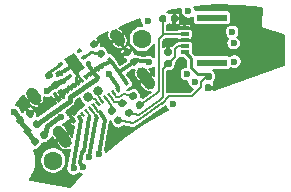
<source format=gbr>
%TF.GenerationSoftware,KiCad,Pcbnew,(5.1.6)-1*%
%TF.CreationDate,2020-12-05T12:07:26+01:00*%
%TF.ProjectId,bose-usb-c,626f7365-2d75-4736-922d-632e6b696361,Rev 1*%
%TF.SameCoordinates,Original*%
%TF.FileFunction,Copper,L1,Top*%
%TF.FilePolarity,Positive*%
%FSLAX46Y46*%
G04 Gerber Fmt 4.6, Leading zero omitted, Abs format (unit mm)*
G04 Created by KiCad (PCBNEW (5.1.6)-1) date 2020-12-05 12:07:26*
%MOMM*%
%LPD*%
G01*
G04 APERTURE LIST*
%TA.AperFunction,SMDPad,CuDef*%
%ADD10R,2.600000X0.600000*%
%TD*%
%TA.AperFunction,SMDPad,CuDef*%
%ADD11R,0.800000X0.300000*%
%TD*%
%TA.AperFunction,SMDPad,CuDef*%
%ADD12C,0.100000*%
%TD*%
%TA.AperFunction,ComponentPad*%
%ADD13C,1.600000*%
%TD*%
%TA.AperFunction,ViaPad*%
%ADD14C,0.600000*%
%TD*%
%TA.AperFunction,ViaPad*%
%ADD15C,0.800000*%
%TD*%
%TA.AperFunction,Conductor*%
%ADD16C,0.127000*%
%TD*%
%TA.AperFunction,Conductor*%
%ADD17C,0.250000*%
%TD*%
%TA.AperFunction,Conductor*%
%ADD18C,0.300000*%
%TD*%
%TA.AperFunction,Conductor*%
%ADD19C,0.400000*%
%TD*%
G04 APERTURE END LIST*
D10*
%TO.P,J3,MP*%
%TO.N,N/C*%
X81477772Y-64014481D03*
X81477772Y-60214481D03*
D11*
%TO.P,J3,5*%
%TO.N,GND*%
X79177772Y-61114481D03*
%TO.P,J3,4*%
%TO.N,Net-(J3-Pad4)*%
X79177772Y-61614481D03*
%TO.P,J3,3*%
%TO.N,GND*%
X79177772Y-62114481D03*
%TO.P,J3,2*%
%TO.N,Net-(J3-Pad2)*%
X79177772Y-62614481D03*
%TO.P,J3,1*%
%TO.N,Net-(J3-Pad1)*%
X79177772Y-63114481D03*
%TD*%
%TO.P,C1,2*%
%TO.N,GND*%
%TA.AperFunction,SMDPad,CuDef*%
G36*
G01*
X74649463Y-63288764D02*
X74366856Y-63486648D01*
G75*
G02*
X74161428Y-63450426I-84603J120825D01*
G01*
X73992223Y-63208776D01*
G75*
G02*
X74028445Y-63003348I120825J84603D01*
G01*
X74311052Y-62805464D01*
G75*
G02*
X74516480Y-62841686I84603J-120825D01*
G01*
X74685685Y-63083336D01*
G75*
G02*
X74649463Y-63288764I-120825J-84603D01*
G01*
G37*
%TD.AperFunction*%
%TO.P,C1,1*%
%TO.N,VCC*%
%TA.AperFunction,SMDPad,CuDef*%
G36*
G01*
X75205833Y-64083342D02*
X74923226Y-64281226D01*
G75*
G02*
X74717798Y-64245004I-84603J120825D01*
G01*
X74548593Y-64003354D01*
G75*
G02*
X74584815Y-63797926I120825J84603D01*
G01*
X74867422Y-63600042D01*
G75*
G02*
X75072850Y-63636264I84603J-120825D01*
G01*
X75242055Y-63877914D01*
G75*
G02*
X75205833Y-64083342I-120825J-84603D01*
G01*
G37*
%TD.AperFunction*%
%TD*%
%TA.AperFunction,SMDPad,CuDef*%
D12*
%TO.P,J1,B*%
%TO.N,VCC*%
G36*
X74137422Y-65307929D02*
G01*
X74510247Y-65840378D01*
X74248118Y-66023923D01*
X73875293Y-65491474D01*
X74137422Y-65307929D01*
G37*
%TD.AperFunction*%
%TA.AperFunction,SMDPad,CuDef*%
G36*
X72892761Y-63530369D02*
G01*
X73265586Y-64062818D01*
X73003457Y-64246363D01*
X72630632Y-63713914D01*
X72892761Y-63530369D01*
G37*
%TD.AperFunction*%
%TA.AperFunction,SMDPad,CuDef*%
%TO.P,J1,A*%
%TO.N,GND*%
G36*
X69632085Y-68462599D02*
G01*
X70004910Y-68995048D01*
X69742781Y-69178593D01*
X69369956Y-68646144D01*
X69632085Y-68462599D01*
G37*
%TD.AperFunction*%
%TA.AperFunction,SMDPad,CuDef*%
G36*
X68387424Y-66685039D02*
G01*
X68760249Y-67217488D01*
X68498120Y-67401033D01*
X68125295Y-66868584D01*
X68387424Y-66685039D01*
G37*
%TD.AperFunction*%
%TA.AperFunction,SMDPad,CuDef*%
%TO.P,J1,1*%
%TO.N,/LED_GREEN*%
G36*
X70492641Y-68122498D02*
G01*
X70765090Y-68511595D01*
X70584877Y-68637782D01*
X70312428Y-68248685D01*
X70492641Y-68122498D01*
G37*
%TD.AperFunction*%
%TA.AperFunction,SMDPad,CuDef*%
%TO.P,J1,3*%
%TO.N,/LED_RED*%
G36*
X70820302Y-67893068D02*
G01*
X71092751Y-68282165D01*
X70912538Y-68408352D01*
X70640089Y-68019255D01*
X70820302Y-67893068D01*
G37*
%TD.AperFunction*%
%TA.AperFunction,SMDPad,CuDef*%
%TO.P,J1,5*%
%TO.N,/LED_WHITE*%
G36*
X71147962Y-67663637D02*
G01*
X71420411Y-68052734D01*
X71240198Y-68178921D01*
X70967749Y-67789824D01*
X71147962Y-67663637D01*
G37*
%TD.AperFunction*%
%TA.AperFunction,SMDPad,CuDef*%
%TO.P,J1,7*%
%TO.N,/LED_BLUE*%
G36*
X71475623Y-67434207D02*
G01*
X71748072Y-67823304D01*
X71567859Y-67949491D01*
X71295410Y-67560394D01*
X71475623Y-67434207D01*
G37*
%TD.AperFunction*%
%TA.AperFunction,SMDPad,CuDef*%
%TO.P,J1,9*%
%TO.N,/USB_D-*%
G36*
X71803284Y-67204776D02*
G01*
X72075733Y-67593873D01*
X71895520Y-67720060D01*
X71623071Y-67330963D01*
X71803284Y-67204776D01*
G37*
%TD.AperFunction*%
%TA.AperFunction,SMDPad,CuDef*%
%TO.P,J1,11*%
%TO.N,/USB_D+*%
G36*
X72130945Y-66975346D02*
G01*
X72403394Y-67364443D01*
X72223181Y-67490630D01*
X71950732Y-67101533D01*
X72130945Y-66975346D01*
G37*
%TD.AperFunction*%
%TA.AperFunction,SMDPad,CuDef*%
%TO.P,J1,13*%
%TO.N,/BTN_1*%
G36*
X72458606Y-66745915D02*
G01*
X72731055Y-67135012D01*
X72550842Y-67261199D01*
X72278393Y-66872102D01*
X72458606Y-66745915D01*
G37*
%TD.AperFunction*%
%TA.AperFunction,SMDPad,CuDef*%
%TO.P,J1,15*%
%TO.N,/BTN_2*%
G36*
X72786266Y-66516484D02*
G01*
X73058715Y-66905581D01*
X72878502Y-67031768D01*
X72606053Y-66642671D01*
X72786266Y-66516484D01*
G37*
%TD.AperFunction*%
%TA.AperFunction,SMDPad,CuDef*%
%TO.P,J1,17*%
%TO.N,/BTN_3*%
G36*
X73113927Y-66287054D02*
G01*
X73386376Y-66676151D01*
X73206163Y-66802338D01*
X72933714Y-66413241D01*
X73113927Y-66287054D01*
G37*
%TD.AperFunction*%
%TA.AperFunction,SMDPad,CuDef*%
%TO.P,J1,19*%
%TO.N,/LED_PWR_ON*%
G36*
X73441588Y-66057623D02*
G01*
X73714037Y-66446720D01*
X73533824Y-66572907D01*
X73261375Y-66183810D01*
X73441588Y-66057623D01*
G37*
%TD.AperFunction*%
%TA.AperFunction,SMDPad,CuDef*%
%TO.P,J1,2*%
%TO.N,GND*%
G36*
X69101718Y-66136055D02*
G01*
X69374167Y-66525152D01*
X69193954Y-66651339D01*
X68921505Y-66262242D01*
X69101718Y-66136055D01*
G37*
%TD.AperFunction*%
%TA.AperFunction,SMDPad,CuDef*%
%TO.P,J1,4*%
G36*
X69429379Y-65906624D02*
G01*
X69701828Y-66295721D01*
X69521615Y-66421908D01*
X69249166Y-66032811D01*
X69429379Y-65906624D01*
G37*
%TD.AperFunction*%
%TA.AperFunction,SMDPad,CuDef*%
%TO.P,J1,6*%
G36*
X69757040Y-65677194D02*
G01*
X70029489Y-66066291D01*
X69849276Y-66192478D01*
X69576827Y-65803381D01*
X69757040Y-65677194D01*
G37*
%TD.AperFunction*%
%TA.AperFunction,SMDPad,CuDef*%
%TO.P,J1,8*%
G36*
X70084700Y-65447763D02*
G01*
X70357149Y-65836860D01*
X70176936Y-65963047D01*
X69904487Y-65573950D01*
X70084700Y-65447763D01*
G37*
%TD.AperFunction*%
%TA.AperFunction,SMDPad,CuDef*%
%TO.P,J1,10*%
G36*
X70412361Y-65218332D02*
G01*
X70684810Y-65607429D01*
X70504597Y-65733616D01*
X70232148Y-65344519D01*
X70412361Y-65218332D01*
G37*
%TD.AperFunction*%
%TA.AperFunction,SMDPad,CuDef*%
%TO.P,J1,12*%
%TO.N,VCC*%
G36*
X70740022Y-64988902D02*
G01*
X71012471Y-65377999D01*
X70832258Y-65504186D01*
X70559809Y-65115089D01*
X70740022Y-64988902D01*
G37*
%TD.AperFunction*%
%TA.AperFunction,SMDPad,CuDef*%
%TO.P,J1,14*%
G36*
X71067683Y-64759471D02*
G01*
X71340132Y-65148568D01*
X71159919Y-65274755D01*
X70887470Y-64885658D01*
X71067683Y-64759471D01*
G37*
%TD.AperFunction*%
%TA.AperFunction,SMDPad,CuDef*%
%TO.P,J1,16*%
G36*
X71395344Y-64530041D02*
G01*
X71667793Y-64919138D01*
X71487580Y-65045325D01*
X71215131Y-64656228D01*
X71395344Y-64530041D01*
G37*
%TD.AperFunction*%
%TA.AperFunction,SMDPad,CuDef*%
%TO.P,J1,18*%
G36*
X71723004Y-64300610D02*
G01*
X71995453Y-64689707D01*
X71815240Y-64815894D01*
X71542791Y-64426797D01*
X71723004Y-64300610D01*
G37*
%TD.AperFunction*%
%TA.AperFunction,SMDPad,CuDef*%
%TO.P,J1,20*%
G36*
X72050665Y-64071180D02*
G01*
X72323114Y-64460277D01*
X72142901Y-64586464D01*
X71870452Y-64197367D01*
X72050665Y-64071180D01*
G37*
%TD.AperFunction*%
%TD*%
%TA.AperFunction,SMDPad,CuDef*%
%TO.P,U1,7*%
%TO.N,GND*%
G36*
X69798488Y-63172376D02*
G01*
X70716210Y-64483019D01*
X69897058Y-65056596D01*
X68979336Y-63745953D01*
X69798488Y-63172376D01*
G37*
%TD.AperFunction*%
%TO.P,U1,6*%
%TO.N,+5V*%
%TA.AperFunction,SMDPad,CuDef*%
G36*
G01*
X69563215Y-65015681D02*
X69649251Y-65138554D01*
G75*
G02*
X69630833Y-65243008I-61436J-43018D01*
G01*
X69385087Y-65415081D01*
G75*
G02*
X69280633Y-65396663I-43018J61436D01*
G01*
X69194597Y-65273790D01*
G75*
G02*
X69213015Y-65169336I61436J43018D01*
G01*
X69458761Y-64997263D01*
G75*
G02*
X69563215Y-65015681I43018J-61436D01*
G01*
G37*
%TD.AperFunction*%
%TO.P,U1,5*%
%TO.N,GND*%
%TA.AperFunction,SMDPad,CuDef*%
G36*
G01*
X69190391Y-64483232D02*
X69276427Y-64606105D01*
G75*
G02*
X69258009Y-64710559I-61436J-43018D01*
G01*
X69012263Y-64882632D01*
G75*
G02*
X68907809Y-64864214I-43018J61436D01*
G01*
X68821773Y-64741341D01*
G75*
G02*
X68840191Y-64636887I61436J43018D01*
G01*
X69085937Y-64464814D01*
G75*
G02*
X69190391Y-64483232I43018J-61436D01*
G01*
G37*
%TD.AperFunction*%
%TO.P,U1,4*%
%TO.N,Net-(R20-Pad1)*%
%TA.AperFunction,SMDPad,CuDef*%
G36*
G01*
X68817566Y-63950783D02*
X68903602Y-64073656D01*
G75*
G02*
X68885184Y-64178110I-61436J-43018D01*
G01*
X68639438Y-64350183D01*
G75*
G02*
X68534984Y-64331765I-43018J61436D01*
G01*
X68448948Y-64208892D01*
G75*
G02*
X68467366Y-64104438I61436J43018D01*
G01*
X68713112Y-63932365D01*
G75*
G02*
X68817566Y-63950783I43018J-61436D01*
G01*
G37*
%TD.AperFunction*%
%TO.P,U1,3*%
%TO.N,Net-(U1-Pad3)*%
%TA.AperFunction,SMDPad,CuDef*%
G36*
G01*
X70414913Y-62832309D02*
X70500949Y-62955182D01*
G75*
G02*
X70482531Y-63059636I-61436J-43018D01*
G01*
X70236785Y-63231709D01*
G75*
G02*
X70132331Y-63213291I-43018J61436D01*
G01*
X70046295Y-63090418D01*
G75*
G02*
X70064713Y-62985964I61436J43018D01*
G01*
X70310459Y-62813891D01*
G75*
G02*
X70414913Y-62832309I43018J-61436D01*
G01*
G37*
%TD.AperFunction*%
%TO.P,U1,2*%
%TO.N,Net-(R22-Pad1)*%
%TA.AperFunction,SMDPad,CuDef*%
G36*
G01*
X70787737Y-63364758D02*
X70873773Y-63487631D01*
G75*
G02*
X70855355Y-63592085I-61436J-43018D01*
G01*
X70609609Y-63764158D01*
G75*
G02*
X70505155Y-63745740I-43018J61436D01*
G01*
X70419119Y-63622867D01*
G75*
G02*
X70437537Y-63518413I61436J43018D01*
G01*
X70683283Y-63346340D01*
G75*
G02*
X70787737Y-63364758I43018J-61436D01*
G01*
G37*
%TD.AperFunction*%
%TO.P,U1,1*%
%TO.N,VCC*%
%TA.AperFunction,SMDPad,CuDef*%
G36*
G01*
X71160562Y-63897207D02*
X71246598Y-64020080D01*
G75*
G02*
X71228180Y-64124534I-61436J-43018D01*
G01*
X70982434Y-64296607D01*
G75*
G02*
X70877980Y-64278189I-43018J61436D01*
G01*
X70791944Y-64155316D01*
G75*
G02*
X70810362Y-64050862I61436J43018D01*
G01*
X71056108Y-63878789D01*
G75*
G02*
X71160562Y-63897207I43018J-61436D01*
G01*
G37*
%TD.AperFunction*%
%TD*%
%TO.P,R14,2*%
%TO.N,/BTN_1*%
%TA.AperFunction,SMDPad,CuDef*%
G36*
G01*
X73320094Y-68259902D02*
X73037487Y-68457786D01*
G75*
G02*
X72832059Y-68421564I-84603J120825D01*
G01*
X72662854Y-68179914D01*
G75*
G02*
X72699076Y-67974486I120825J84603D01*
G01*
X72981683Y-67776602D01*
G75*
G02*
X73187111Y-67812824I84603J-120825D01*
G01*
X73356316Y-68054474D01*
G75*
G02*
X73320094Y-68259902I-120825J-84603D01*
G01*
G37*
%TD.AperFunction*%
%TO.P,R14,1*%
%TO.N,Net-(J3-Pad1)*%
%TA.AperFunction,SMDPad,CuDef*%
G36*
G01*
X73876464Y-69054480D02*
X73593857Y-69252364D01*
G75*
G02*
X73388429Y-69216142I-84603J120825D01*
G01*
X73219224Y-68974492D01*
G75*
G02*
X73255446Y-68769064I120825J84603D01*
G01*
X73538053Y-68571180D01*
G75*
G02*
X73743481Y-68607402I84603J-120825D01*
G01*
X73912686Y-68849052D01*
G75*
G02*
X73876464Y-69054480I-120825J-84603D01*
G01*
G37*
%TD.AperFunction*%
%TD*%
%TO.P,R22,2*%
%TO.N,GND*%
%TA.AperFunction,SMDPad,CuDef*%
G36*
G01*
X71830095Y-62609904D02*
X71547488Y-62807788D01*
G75*
G02*
X71342060Y-62771566I-84603J120825D01*
G01*
X71172855Y-62529916D01*
G75*
G02*
X71209077Y-62324488I120825J84603D01*
G01*
X71491684Y-62126604D01*
G75*
G02*
X71697112Y-62162826I84603J-120825D01*
G01*
X71866317Y-62404476D01*
G75*
G02*
X71830095Y-62609904I-120825J-84603D01*
G01*
G37*
%TD.AperFunction*%
%TO.P,R22,1*%
%TO.N,Net-(R22-Pad1)*%
%TA.AperFunction,SMDPad,CuDef*%
G36*
G01*
X72386465Y-63404482D02*
X72103858Y-63602366D01*
G75*
G02*
X71898430Y-63566144I-84603J120825D01*
G01*
X71729225Y-63324494D01*
G75*
G02*
X71765447Y-63119066I120825J84603D01*
G01*
X72048054Y-62921182D01*
G75*
G02*
X72253482Y-62957404I84603J-120825D01*
G01*
X72422687Y-63199054D01*
G75*
G02*
X72386465Y-63404482I-120825J-84603D01*
G01*
G37*
%TD.AperFunction*%
%TD*%
D13*
%TO.P,H1,*%
%TO.N,*%
X68057773Y-72314486D03*
%TD*%
%TO.P,H2,*%
%TO.N,*%
X75577773Y-62004487D03*
%TD*%
%TO.P,R21,2*%
%TO.N,+5V*%
%TA.AperFunction,SMDPad,CuDef*%
G36*
G01*
X66023345Y-69489157D02*
X66221229Y-69771764D01*
G75*
G02*
X66185007Y-69977192I-120825J-84603D01*
G01*
X65943357Y-70146397D01*
G75*
G02*
X65737929Y-70110175I-84603J120825D01*
G01*
X65540045Y-69827568D01*
G75*
G02*
X65576267Y-69622140I120825J84603D01*
G01*
X65817917Y-69452935D01*
G75*
G02*
X66023345Y-69489157I84603J-120825D01*
G01*
G37*
%TD.AperFunction*%
%TO.P,R21,1*%
%TO.N,VCC*%
%TA.AperFunction,SMDPad,CuDef*%
G36*
G01*
X66817923Y-68932787D02*
X67015807Y-69215394D01*
G75*
G02*
X66979585Y-69420822I-120825J-84603D01*
G01*
X66737935Y-69590027D01*
G75*
G02*
X66532507Y-69553805I-84603J120825D01*
G01*
X66334623Y-69271198D01*
G75*
G02*
X66370845Y-69065770I120825J84603D01*
G01*
X66612495Y-68896565D01*
G75*
G02*
X66817923Y-68932787I84603J-120825D01*
G01*
G37*
%TD.AperFunction*%
%TD*%
%TO.P,R20,2*%
%TO.N,+5V*%
%TA.AperFunction,SMDPad,CuDef*%
G36*
G01*
X67925449Y-65749065D02*
X68208056Y-65551181D01*
G75*
G02*
X68413484Y-65587403I84603J-120825D01*
G01*
X68582689Y-65829053D01*
G75*
G02*
X68546467Y-66034481I-120825J-84603D01*
G01*
X68263860Y-66232365D01*
G75*
G02*
X68058432Y-66196143I-84603J120825D01*
G01*
X67889227Y-65954493D01*
G75*
G02*
X67925449Y-65749065I120825J84603D01*
G01*
G37*
%TD.AperFunction*%
%TO.P,R20,1*%
%TO.N,Net-(R20-Pad1)*%
%TA.AperFunction,SMDPad,CuDef*%
G36*
G01*
X67369079Y-64954487D02*
X67651686Y-64756603D01*
G75*
G02*
X67857114Y-64792825I84603J-120825D01*
G01*
X68026319Y-65034475D01*
G75*
G02*
X67990097Y-65239903I-120825J-84603D01*
G01*
X67707490Y-65437787D01*
G75*
G02*
X67502062Y-65401565I-84603J120825D01*
G01*
X67332857Y-65159915D01*
G75*
G02*
X67369079Y-64954487I120825J84603D01*
G01*
G37*
%TD.AperFunction*%
%TD*%
%TO.P,C2,2*%
%TO.N,GND*%
%TA.AperFunction,SMDPad,CuDef*%
G36*
G01*
X65932354Y-68646809D02*
X65734470Y-68364202D01*
G75*
G02*
X65770692Y-68158774I120825J84603D01*
G01*
X66012342Y-67989569D01*
G75*
G02*
X66217770Y-68025791I84603J-120825D01*
G01*
X66415654Y-68308398D01*
G75*
G02*
X66379432Y-68513826I-120825J-84603D01*
G01*
X66137782Y-68683031D01*
G75*
G02*
X65932354Y-68646809I-84603J120825D01*
G01*
G37*
%TD.AperFunction*%
%TO.P,C2,1*%
%TO.N,+5V*%
%TA.AperFunction,SMDPad,CuDef*%
G36*
G01*
X65137776Y-69203179D02*
X64939892Y-68920572D01*
G75*
G02*
X64976114Y-68715144I120825J84603D01*
G01*
X65217764Y-68545939D01*
G75*
G02*
X65423192Y-68582161I84603J-120825D01*
G01*
X65621076Y-68864768D01*
G75*
G02*
X65584854Y-69070196I-120825J-84603D01*
G01*
X65343204Y-69239401D01*
G75*
G02*
X65137776Y-69203179I-84603J120825D01*
G01*
G37*
%TD.AperFunction*%
%TD*%
%TO.P,R19,2*%
%TO.N,GND*%
%TA.AperFunction,SMDPad,CuDef*%
G36*
G01*
X78020000Y-60462500D02*
X78020000Y-60117500D01*
G75*
G02*
X78167500Y-59970000I147500J0D01*
G01*
X78462500Y-59970000D01*
G75*
G02*
X78610000Y-60117500I0J-147500D01*
G01*
X78610000Y-60462500D01*
G75*
G02*
X78462500Y-60610000I-147500J0D01*
G01*
X78167500Y-60610000D01*
G75*
G02*
X78020000Y-60462500I0J147500D01*
G01*
G37*
%TD.AperFunction*%
%TO.P,R19,1*%
%TO.N,Net-(J3-Pad4)*%
%TA.AperFunction,SMDPad,CuDef*%
G36*
G01*
X77050000Y-60462500D02*
X77050000Y-60117500D01*
G75*
G02*
X77197500Y-59970000I147500J0D01*
G01*
X77492500Y-59970000D01*
G75*
G02*
X77640000Y-60117500I0J-147500D01*
G01*
X77640000Y-60462500D01*
G75*
G02*
X77492500Y-60610000I-147500J0D01*
G01*
X77197500Y-60610000D01*
G75*
G02*
X77050000Y-60462500I0J147500D01*
G01*
G37*
%TD.AperFunction*%
%TD*%
%TO.P,R18,2*%
%TO.N,GND*%
%TA.AperFunction,SMDPad,CuDef*%
G36*
G01*
X77952500Y-63430000D02*
X77607500Y-63430000D01*
G75*
G02*
X77460000Y-63282500I0J147500D01*
G01*
X77460000Y-62987500D01*
G75*
G02*
X77607500Y-62840000I147500J0D01*
G01*
X77952500Y-62840000D01*
G75*
G02*
X78100000Y-62987500I0J-147500D01*
G01*
X78100000Y-63282500D01*
G75*
G02*
X77952500Y-63430000I-147500J0D01*
G01*
G37*
%TD.AperFunction*%
%TO.P,R18,1*%
%TO.N,Net-(J3-Pad2)*%
%TA.AperFunction,SMDPad,CuDef*%
G36*
G01*
X77952500Y-64400000D02*
X77607500Y-64400000D01*
G75*
G02*
X77460000Y-64252500I0J147500D01*
G01*
X77460000Y-63957500D01*
G75*
G02*
X77607500Y-63810000I147500J0D01*
G01*
X77952500Y-63810000D01*
G75*
G02*
X78100000Y-63957500I0J-147500D01*
G01*
X78100000Y-64252500D01*
G75*
G02*
X77952500Y-64400000I-147500J0D01*
G01*
G37*
%TD.AperFunction*%
%TD*%
%TO.P,R17,2*%
%TO.N,GND*%
%TA.AperFunction,SMDPad,CuDef*%
G36*
G01*
X81015273Y-65854485D02*
X81360273Y-65854485D01*
G75*
G02*
X81507773Y-66001985I0J-147500D01*
G01*
X81507773Y-66296985D01*
G75*
G02*
X81360273Y-66444485I-147500J0D01*
G01*
X81015273Y-66444485D01*
G75*
G02*
X80867773Y-66296985I0J147500D01*
G01*
X80867773Y-66001985D01*
G75*
G02*
X81015273Y-65854485I147500J0D01*
G01*
G37*
%TD.AperFunction*%
%TO.P,R17,1*%
%TO.N,Net-(J3-Pad1)*%
%TA.AperFunction,SMDPad,CuDef*%
G36*
G01*
X81015273Y-64884485D02*
X81360273Y-64884485D01*
G75*
G02*
X81507773Y-65031985I0J-147500D01*
G01*
X81507773Y-65326985D01*
G75*
G02*
X81360273Y-65474485I-147500J0D01*
G01*
X81015273Y-65474485D01*
G75*
G02*
X80867773Y-65326985I0J147500D01*
G01*
X80867773Y-65031985D01*
G75*
G02*
X81015273Y-64884485I147500J0D01*
G01*
G37*
%TD.AperFunction*%
%TD*%
%TO.P,R16,2*%
%TO.N,/BTN_3*%
%TA.AperFunction,SMDPad,CuDef*%
G36*
G01*
X75130095Y-66969905D02*
X74847488Y-67167789D01*
G75*
G02*
X74642060Y-67131567I-84603J120825D01*
G01*
X74472855Y-66889917D01*
G75*
G02*
X74509077Y-66684489I120825J84603D01*
G01*
X74791684Y-66486605D01*
G75*
G02*
X74997112Y-66522827I84603J-120825D01*
G01*
X75166317Y-66764477D01*
G75*
G02*
X75130095Y-66969905I-120825J-84603D01*
G01*
G37*
%TD.AperFunction*%
%TO.P,R16,1*%
%TO.N,Net-(J3-Pad4)*%
%TA.AperFunction,SMDPad,CuDef*%
G36*
G01*
X75686465Y-67764483D02*
X75403858Y-67962367D01*
G75*
G02*
X75198430Y-67926145I-84603J120825D01*
G01*
X75029225Y-67684495D01*
G75*
G02*
X75065447Y-67479067I120825J84603D01*
G01*
X75348054Y-67281183D01*
G75*
G02*
X75553482Y-67317405I84603J-120825D01*
G01*
X75722687Y-67559055D01*
G75*
G02*
X75686465Y-67764483I-120825J-84603D01*
G01*
G37*
%TD.AperFunction*%
%TD*%
%TO.P,R15,2*%
%TO.N,/BTN_2*%
%TA.AperFunction,SMDPad,CuDef*%
G36*
G01*
X74240096Y-67609904D02*
X73957489Y-67807788D01*
G75*
G02*
X73752061Y-67771566I-84603J120825D01*
G01*
X73582856Y-67529916D01*
G75*
G02*
X73619078Y-67324488I120825J84603D01*
G01*
X73901685Y-67126604D01*
G75*
G02*
X74107113Y-67162826I84603J-120825D01*
G01*
X74276318Y-67404476D01*
G75*
G02*
X74240096Y-67609904I-120825J-84603D01*
G01*
G37*
%TD.AperFunction*%
%TO.P,R15,1*%
%TO.N,Net-(J3-Pad2)*%
%TA.AperFunction,SMDPad,CuDef*%
G36*
G01*
X74796466Y-68404482D02*
X74513859Y-68602366D01*
G75*
G02*
X74308431Y-68566144I-84603J120825D01*
G01*
X74139226Y-68324494D01*
G75*
G02*
X74175448Y-68119066I120825J84603D01*
G01*
X74458055Y-67921182D01*
G75*
G02*
X74663483Y-67957404I84603J-120825D01*
G01*
X74832688Y-68199054D01*
G75*
G02*
X74796466Y-68404482I-120825J-84603D01*
G01*
G37*
%TD.AperFunction*%
%TD*%
%TO.P,FB1,2*%
%TO.N,/VBUS*%
%TA.AperFunction,SMDPad,CuDef*%
G36*
G01*
X67144865Y-70463211D02*
X66946981Y-70180604D01*
G75*
G02*
X66983203Y-69975176I120825J84603D01*
G01*
X67224853Y-69805971D01*
G75*
G02*
X67430281Y-69842193I84603J-120825D01*
G01*
X67628165Y-70124800D01*
G75*
G02*
X67591943Y-70330228I-120825J-84603D01*
G01*
X67350293Y-70499433D01*
G75*
G02*
X67144865Y-70463211I-84603J120825D01*
G01*
G37*
%TD.AperFunction*%
%TO.P,FB1,1*%
%TO.N,+5V*%
%TA.AperFunction,SMDPad,CuDef*%
G36*
G01*
X66350287Y-71019581D02*
X66152403Y-70736974D01*
G75*
G02*
X66188625Y-70531546I120825J84603D01*
G01*
X66430275Y-70362341D01*
G75*
G02*
X66635703Y-70398563I84603J-120825D01*
G01*
X66833587Y-70681170D01*
G75*
G02*
X66797365Y-70886598I-120825J-84603D01*
G01*
X66555715Y-71055803D01*
G75*
G02*
X66350287Y-71019581I-84603J120825D01*
G01*
G37*
%TD.AperFunction*%
%TD*%
%TO.P,J2,S1*%
%TO.N,GND*%
%TA.AperFunction,ComponentPad*%
G36*
G01*
X75797693Y-66087901D02*
X75166759Y-65186833D01*
G75*
G02*
X75289547Y-64490469I409576J286788D01*
G01*
X75289547Y-64490469D01*
G75*
G02*
X75985911Y-64613257I286788J-409576D01*
G01*
X76616845Y-65514325D01*
G75*
G02*
X76494057Y-66210689I-409576J-286788D01*
G01*
X76494057Y-66210689D01*
G75*
G02*
X75797693Y-66087901I-286788J409576D01*
G01*
G37*
%TD.AperFunction*%
%TA.AperFunction,ComponentPad*%
G36*
G01*
X68720219Y-71043601D02*
X68089285Y-70142533D01*
G75*
G02*
X68212073Y-69446169I409576J286788D01*
G01*
X68212073Y-69446169D01*
G75*
G02*
X68908437Y-69568957I286788J-409576D01*
G01*
X69539371Y-70470025D01*
G75*
G02*
X69416583Y-71166389I-409576J-286788D01*
G01*
X69416583Y-71166389D01*
G75*
G02*
X68720219Y-71043601I-286788J409576D01*
G01*
G37*
%TD.AperFunction*%
%TA.AperFunction,ComponentPad*%
G36*
G01*
X66179276Y-67414758D02*
X65835130Y-66923266D01*
G75*
G02*
X65957918Y-66226902I409576J286788D01*
G01*
X65957918Y-66226902D01*
G75*
G02*
X66654282Y-66349690I286788J-409576D01*
G01*
X66998428Y-66841182D01*
G75*
G02*
X66875640Y-67537546I-409576J-286788D01*
G01*
X66875640Y-67537546D01*
G75*
G02*
X66179276Y-67414758I-286788J409576D01*
G01*
G37*
%TD.AperFunction*%
%TA.AperFunction,ComponentPad*%
G36*
G01*
X73256750Y-62459057D02*
X72912604Y-61967565D01*
G75*
G02*
X73035392Y-61271201I409576J286788D01*
G01*
X73035392Y-61271201D01*
G75*
G02*
X73731756Y-61393989I286788J-409576D01*
G01*
X74075902Y-61885481D01*
G75*
G02*
X73953114Y-62581845I-409576J-286788D01*
G01*
X73953114Y-62581845D01*
G75*
G02*
X73256750Y-62459057I-286788J409576D01*
G01*
G37*
%TD.AperFunction*%
%TD*%
D14*
%TO.N,GND*%
X70110000Y-64490000D03*
X69610000Y-63780000D03*
X86927774Y-62094483D03*
X85317773Y-59764483D03*
X82287775Y-59364483D03*
X74007678Y-69768775D03*
X83100527Y-65508445D03*
X77990000Y-62250000D03*
X77850000Y-65110000D03*
X68870000Y-73890000D03*
X66780000Y-73550000D03*
X83010000Y-63160000D03*
%TO.N,VCC*%
X76141896Y-63980053D03*
%TO.N,/LED_GREEN*%
X69784104Y-72974405D03*
X79497771Y-59684486D03*
%TO.N,/LED_RED*%
X70619707Y-72877617D03*
X80042094Y-65642292D03*
%TO.N,/LED_WHITE*%
X71123497Y-72008657D03*
X83207773Y-61414484D03*
%TO.N,/LED_BLUE*%
X71927861Y-71729691D03*
X78159994Y-67536814D03*
D15*
%TO.N,/USB_D-*%
X71013813Y-66957589D03*
%TO.N,/USB_D+*%
X71841157Y-66378277D03*
D14*
%TO.N,Net-(Q1-Pad3)*%
X83397770Y-63924486D03*
X79367236Y-64989191D03*
%TO.N,/LED_PWR*%
X83340000Y-62370000D03*
%TO.N,/LED_PWR_ON*%
X76051594Y-60466579D03*
X72762700Y-64942303D03*
%TO.N,/VBUS*%
X68739042Y-68660270D03*
%TO.N,+5V*%
X64761611Y-68210244D03*
X67547567Y-66418199D03*
%TD*%
D16*
%TO.N,Net-(J3-Pad4)*%
X79177773Y-61614484D02*
X78628469Y-61614484D01*
X76981595Y-66455826D02*
X76842608Y-66594812D01*
X76842608Y-66594812D02*
X75375957Y-67621773D01*
X76981595Y-62048405D02*
X76981595Y-66455826D01*
X77415516Y-61614484D02*
X76981595Y-62048405D01*
X78435516Y-61614484D02*
X77415516Y-61614484D01*
X78628469Y-61614484D02*
X78435516Y-61614484D01*
X77345000Y-61543968D02*
X77415516Y-61614484D01*
X77345000Y-60290000D02*
X77345000Y-61543968D01*
%TO.N,Net-(J3-Pad2)*%
X78628472Y-62614486D02*
X79177773Y-62614483D01*
X77331596Y-64553404D02*
X77780000Y-64105000D01*
X77331591Y-66923323D02*
X77331596Y-64553404D01*
X77069608Y-67185309D02*
X77331591Y-66923323D01*
X74485956Y-68261775D02*
X75321782Y-68409152D01*
X75321782Y-68409152D02*
X77069608Y-67185309D01*
X77780000Y-64105000D02*
X77815000Y-64105000D01*
X77815000Y-64105000D02*
X78390000Y-63530000D01*
X78390000Y-62852958D02*
X78628472Y-62614486D01*
X78390000Y-63530000D02*
X78390000Y-62852958D01*
D17*
%TO.N,Net-(J3-Pad1)*%
X79177773Y-63114486D02*
X79727772Y-63664487D01*
D16*
X73565957Y-68911774D02*
X74850589Y-69138289D01*
X74850589Y-69138289D02*
X75398390Y-68754716D01*
X75398390Y-68754716D02*
X77232599Y-67470389D01*
D17*
X81025574Y-65017284D02*
X81187774Y-65179484D01*
X79727773Y-64465844D02*
X80279212Y-65017283D01*
X80279212Y-65017283D02*
X81025574Y-65017284D01*
X79727772Y-63664487D02*
X79727773Y-64465844D01*
D16*
X81114131Y-65179484D02*
X81187773Y-65179484D01*
X77840094Y-66877283D02*
X79776333Y-66877283D01*
X77239793Y-67477583D02*
X77840094Y-66877283D01*
X80604263Y-66049353D02*
X80604263Y-65689352D01*
X79776333Y-66877283D02*
X80604263Y-66049353D01*
X80604263Y-65689352D02*
X81114131Y-65179484D01*
D18*
%TO.N,GND*%
X68442773Y-67043040D02*
X68770252Y-66813740D01*
X68801561Y-66636164D02*
X69147838Y-66393700D01*
X68770252Y-66813740D02*
X68801561Y-66636164D01*
X69147838Y-66393700D02*
X69475498Y-66164269D01*
X69475498Y-66164269D02*
X69803160Y-65934839D01*
X69803160Y-65934839D02*
X70130820Y-65705408D01*
X70130820Y-65705408D02*
X70409331Y-65510393D01*
D17*
X68814328Y-70306279D02*
X69446466Y-69863652D01*
X69446466Y-69863652D02*
X69476265Y-69694645D01*
X69476265Y-69694645D02*
X69235363Y-69350601D01*
X69235363Y-69350601D02*
X69237820Y-69336674D01*
X69278304Y-69107073D02*
X69235363Y-69350601D01*
X69687434Y-68820597D02*
X69278304Y-69107073D01*
X70130818Y-65705405D02*
X69968494Y-65473583D01*
X70133542Y-64537549D02*
X70056333Y-64427283D01*
X69968494Y-65473583D02*
X70133542Y-64537549D01*
X77780000Y-62460000D02*
X77990000Y-62250000D01*
X77780000Y-63135000D02*
X77780000Y-62460000D01*
D18*
X78479480Y-61089480D02*
X79177772Y-61089480D01*
X78315000Y-60290000D02*
X78315000Y-60925000D01*
X78315000Y-60925000D02*
X78479480Y-61089480D01*
X81187773Y-66149485D02*
X81770515Y-66149485D01*
X82411555Y-65508445D02*
X83100527Y-65508445D01*
X81770515Y-66149485D02*
X82411555Y-65508445D01*
%TO.N,VCC*%
X72096784Y-64328823D02*
X71769124Y-64558255D01*
X71769124Y-64558255D02*
X71441463Y-64787684D01*
X71441463Y-64787684D02*
X71113803Y-65017117D01*
X71113803Y-65017117D02*
X70835291Y-65212133D01*
X72096784Y-64328823D02*
X72361285Y-64143622D01*
X72538856Y-64174931D02*
X72948109Y-63888371D01*
X72361285Y-64143622D02*
X72538856Y-64174931D01*
X73629735Y-64826812D02*
X73601761Y-64821881D01*
X74895326Y-63940637D02*
X73629735Y-64826812D01*
X74192770Y-65665928D02*
X73601761Y-64821881D01*
X73601761Y-64821881D02*
X72948109Y-63888371D01*
D19*
X69448308Y-67284664D02*
X69513309Y-66916037D01*
X66678614Y-69224028D02*
X69448308Y-67284664D01*
X69513309Y-66916037D02*
X71708635Y-65378851D01*
X71708635Y-65378851D02*
X71738159Y-65211413D01*
X66675216Y-69243297D02*
X66678614Y-69224028D01*
D18*
X71005601Y-64165214D02*
X71019269Y-64087698D01*
X71441463Y-64787684D02*
X71005601Y-64165214D01*
X71441463Y-64787684D02*
X71738159Y-65211413D01*
X74895323Y-63940634D02*
X75101118Y-63796535D01*
X75101118Y-63796535D02*
X76141896Y-63980053D01*
%TO.N,/LED_GREEN*%
X69784104Y-72974405D02*
X69698068Y-72851531D01*
X69698068Y-72851531D02*
X70397957Y-68882256D01*
X70397957Y-68882256D02*
X70340601Y-68800339D01*
X70397957Y-68882256D02*
X70237357Y-68652892D01*
D16*
X70249770Y-68582494D02*
X70237357Y-68652892D01*
X70538759Y-68380142D02*
X70249770Y-68582494D01*
D18*
%TO.N,/LED_RED*%
X70500736Y-71557032D02*
X70631799Y-71465259D01*
X70619707Y-72877617D02*
X70338654Y-72476233D01*
X70631799Y-71465259D02*
X71121241Y-68689489D01*
X70338654Y-72476233D02*
X70500736Y-71557032D01*
D16*
X71145872Y-68549810D02*
X71121241Y-68689489D01*
X70866420Y-68150712D02*
X71145872Y-68549810D01*
D18*
%TO.N,/LED_WHITE*%
X71123497Y-72008657D02*
X71692188Y-68783460D01*
X71725085Y-68685467D02*
X71648866Y-68576617D01*
X71692188Y-68783460D02*
X71710007Y-68770981D01*
D16*
X71194080Y-67921282D02*
X71221159Y-67959951D01*
D18*
X71710007Y-68770981D02*
X71725085Y-68685467D01*
D16*
X71221159Y-67959951D02*
X71220336Y-67964615D01*
X71220336Y-67964615D02*
X71648866Y-68576617D01*
D18*
%TO.N,/LED_BLUE*%
X72438660Y-68832814D02*
X71927861Y-71729691D01*
X71985595Y-68185776D02*
X72438660Y-68832814D01*
D16*
X71850969Y-68162037D02*
X71985595Y-68185776D01*
X71521742Y-67691851D02*
X71850969Y-68162037D01*
%TO.N,/USB_D-*%
X71563823Y-67054568D02*
X71849402Y-67462421D01*
X71013813Y-66957589D02*
X71563823Y-67054568D01*
%TO.N,/USB_D+*%
X72177064Y-67232988D02*
X71788337Y-66677828D01*
X71788337Y-66677828D02*
X71841157Y-66378277D01*
D18*
%TO.N,/LED_PWR_ON*%
X73569668Y-66094772D02*
X73536856Y-66280853D01*
X72762700Y-64942303D02*
X73569668Y-66094772D01*
D19*
%TO.N,/VBUS*%
X67287573Y-70152701D02*
X67365392Y-70098211D01*
X67365392Y-70098211D02*
X67490634Y-69387922D01*
X67490634Y-69387922D02*
X68571914Y-68630799D01*
X68571914Y-68630799D02*
X68739042Y-68660270D01*
%TO.N,+5V*%
X65875726Y-69827520D02*
X65880636Y-69799667D01*
X66492995Y-70709070D02*
X65875726Y-69827520D01*
X65273457Y-68932521D02*
X65280482Y-68892669D01*
X65880636Y-69799667D02*
X65273457Y-68932521D01*
X65280482Y-68892669D02*
X64808426Y-68218501D01*
X64808426Y-68218501D02*
X64761611Y-68210244D01*
X67556502Y-66367534D02*
X67547567Y-66418199D01*
X68235959Y-65891774D02*
X67556502Y-66367534D01*
X68235959Y-65891774D02*
X68725631Y-65548900D01*
X68725631Y-65548900D02*
X68915568Y-65582391D01*
D18*
X68919927Y-65557674D02*
X68915568Y-65582391D01*
X69421924Y-65206171D02*
X68919927Y-65557674D01*
D16*
%TO.N,/BTN_1*%
X73064889Y-67803558D02*
X73009588Y-68117195D01*
X72504726Y-67003560D02*
X73064889Y-67803558D01*
%TO.N,/BTN_2*%
X73231485Y-67344102D02*
X73929589Y-67467195D01*
X72832384Y-66774130D02*
X73231485Y-67344102D01*
%TO.N,/BTN_3*%
X73407892Y-66898659D02*
X73665665Y-66944111D01*
X73160045Y-66544700D02*
X73407892Y-66898659D01*
X74031177Y-66688176D02*
X74819588Y-66827196D01*
X73665665Y-66944111D02*
X74031177Y-66688176D01*
D17*
%TO.N,Net-(R20-Pad1)*%
X67731496Y-64802815D02*
X68676273Y-64141271D01*
X67679590Y-65097196D02*
X67731496Y-64802815D01*
%TO.N,Net-(R22-Pad1)*%
X72061021Y-63272232D02*
X72075958Y-63261774D01*
X71253889Y-63129913D02*
X72061021Y-63272232D01*
X70646446Y-63555249D02*
X71253889Y-63129913D01*
%TD*%
D16*
%TO.N,GND*%
G36*
X70296313Y-67028257D02*
G01*
X70323886Y-67166876D01*
X70377972Y-67297453D01*
X70456494Y-67414969D01*
X70556433Y-67514908D01*
X70673949Y-67593430D01*
X70692111Y-67600953D01*
X70691811Y-67601051D01*
X70637310Y-67631729D01*
X70457097Y-67757916D01*
X70409629Y-67798638D01*
X70391721Y-67821456D01*
X70364150Y-67830481D01*
X70309649Y-67861159D01*
X70129436Y-67987346D01*
X70081968Y-68028068D01*
X70043356Y-68077267D01*
X70015084Y-68133054D01*
X69998239Y-68193285D01*
X69993623Y-68253613D01*
X69967916Y-68268084D01*
X69898020Y-68328043D01*
X69841166Y-68400487D01*
X69833064Y-68416475D01*
X69788889Y-68352804D01*
X69764456Y-68324323D01*
X69734936Y-68301156D01*
X69701464Y-68284193D01*
X69665325Y-68274085D01*
X69627909Y-68271223D01*
X69590654Y-68275715D01*
X69554991Y-68287388D01*
X69522290Y-68305796D01*
X69482783Y-68334584D01*
X69471087Y-68400913D01*
X69703027Y-68732158D01*
X69719410Y-68720687D01*
X69792254Y-68824718D01*
X69775871Y-68836190D01*
X69787343Y-68852573D01*
X69683310Y-68925417D01*
X69671839Y-68909034D01*
X69475754Y-69046334D01*
X69464059Y-69112663D01*
X69585977Y-69288388D01*
X69610410Y-69316869D01*
X69639930Y-69340036D01*
X69673402Y-69356999D01*
X69709541Y-69367107D01*
X69746957Y-69369969D01*
X69784212Y-69365477D01*
X69819875Y-69353804D01*
X69842327Y-69341165D01*
X69669159Y-70323253D01*
X69416375Y-69962241D01*
X68902766Y-70321873D01*
X68914238Y-70338256D01*
X68810205Y-70411100D01*
X68798734Y-70394717D01*
X68285126Y-70754350D01*
X68600593Y-71204883D01*
X68698176Y-71299516D01*
X68812346Y-71373293D01*
X68938714Y-71423379D01*
X69072427Y-71447849D01*
X69208343Y-71445764D01*
X69341241Y-71417202D01*
X69374134Y-71402636D01*
X69444713Y-71317273D01*
X69473832Y-71358860D01*
X69488346Y-71348697D01*
X69259139Y-72648599D01*
X69236882Y-72681909D01*
X69190334Y-72794287D01*
X69166604Y-72913587D01*
X69166604Y-73035223D01*
X69190334Y-73154523D01*
X69236882Y-73266901D01*
X69304460Y-73368038D01*
X69390471Y-73454049D01*
X69491608Y-73521627D01*
X69603986Y-73568175D01*
X69723286Y-73591905D01*
X69844922Y-73591905D01*
X69964222Y-73568175D01*
X70076600Y-73521627D01*
X70177737Y-73454049D01*
X70255118Y-73376668D01*
X70327211Y-73424839D01*
X70439589Y-73471387D01*
X70472154Y-73477865D01*
X69511476Y-74518030D01*
X66206625Y-73957599D01*
X66172997Y-73948448D01*
X66155785Y-73939895D01*
X66140555Y-73928156D01*
X66127896Y-73913684D01*
X66118290Y-73897030D01*
X66112101Y-73878823D01*
X66109566Y-73859766D01*
X66110782Y-73840576D01*
X66115701Y-73821989D01*
X66127193Y-73798451D01*
X66139197Y-73781134D01*
X66139225Y-73781083D01*
X66139869Y-73780161D01*
X66275080Y-73583544D01*
X66285957Y-73563852D01*
X66297870Y-73544786D01*
X66299814Y-73540801D01*
X66473600Y-73178036D01*
X66483460Y-73150942D01*
X66493663Y-73124079D01*
X66494796Y-73119792D01*
X66594810Y-72730182D01*
X66599218Y-72701699D01*
X66604010Y-72673357D01*
X66604289Y-72668932D01*
X66626724Y-72267316D01*
X66625516Y-72238511D01*
X66624712Y-72209784D01*
X66624126Y-72205399D01*
X66624126Y-72205390D01*
X66624124Y-72205382D01*
X66623990Y-72204422D01*
X66940273Y-72204422D01*
X66940273Y-72424550D01*
X66983218Y-72640449D01*
X67067457Y-72843821D01*
X67189754Y-73026851D01*
X67345408Y-73182505D01*
X67528438Y-73304802D01*
X67731810Y-73389041D01*
X67947709Y-73431986D01*
X68167837Y-73431986D01*
X68383736Y-73389041D01*
X68587108Y-73304802D01*
X68770138Y-73182505D01*
X68925792Y-73026851D01*
X69048089Y-72843821D01*
X69132328Y-72640449D01*
X69175273Y-72424550D01*
X69175273Y-72204422D01*
X69132328Y-71988523D01*
X69048089Y-71785151D01*
X68925792Y-71602121D01*
X68770138Y-71446467D01*
X68587108Y-71324170D01*
X68383736Y-71239931D01*
X68167837Y-71196986D01*
X67947709Y-71196986D01*
X67731810Y-71239931D01*
X67528438Y-71324170D01*
X67345408Y-71446467D01*
X67189754Y-71602121D01*
X67067457Y-71785151D01*
X66983218Y-71988523D01*
X66940273Y-72204422D01*
X66623990Y-72204422D01*
X66568124Y-71807064D01*
X66561355Y-71779090D01*
X66554976Y-71751020D01*
X66553547Y-71746822D01*
X66431925Y-71397626D01*
X66481289Y-71401403D01*
X66572089Y-71390455D01*
X66659008Y-71362004D01*
X66738706Y-71317142D01*
X66980356Y-71147937D01*
X67049771Y-71088388D01*
X67106235Y-71016442D01*
X67147577Y-70934863D01*
X67172210Y-70846786D01*
X67173125Y-70834825D01*
X67184677Y-70838056D01*
X67275867Y-70845033D01*
X67366667Y-70834085D01*
X67453586Y-70805634D01*
X67533284Y-70760772D01*
X67774934Y-70591567D01*
X67844349Y-70532018D01*
X67900813Y-70460072D01*
X67942155Y-70378493D01*
X67964929Y-70297062D01*
X68212281Y-70650317D01*
X68725890Y-70290685D01*
X68714418Y-70274302D01*
X68818451Y-70201458D01*
X68829922Y-70217841D01*
X69343530Y-69858208D01*
X69028063Y-69407675D01*
X68930480Y-69313042D01*
X68858000Y-69266205D01*
X68919160Y-69254040D01*
X69031538Y-69207492D01*
X69132675Y-69139914D01*
X69218686Y-69053903D01*
X69286264Y-68952766D01*
X69310646Y-68893903D01*
X69336582Y-68930606D01*
X69402910Y-68942302D01*
X69598995Y-68805002D01*
X69367055Y-68473757D01*
X69327257Y-68466740D01*
X69286264Y-68367774D01*
X69218686Y-68266637D01*
X69132675Y-68180626D01*
X69101104Y-68159531D01*
X69724319Y-67723150D01*
X69746567Y-67710627D01*
X69765946Y-67694003D01*
X69765951Y-67693999D01*
X69823939Y-67644253D01*
X69882141Y-67570092D01*
X69886872Y-67564064D01*
X69889670Y-67558543D01*
X69932955Y-67473133D01*
X69960411Y-67374962D01*
X69962359Y-67349496D01*
X69985723Y-67216999D01*
X70296313Y-66999521D01*
X70296313Y-67028257D01*
G37*
X70296313Y-67028257D02*
X70323886Y-67166876D01*
X70377972Y-67297453D01*
X70456494Y-67414969D01*
X70556433Y-67514908D01*
X70673949Y-67593430D01*
X70692111Y-67600953D01*
X70691811Y-67601051D01*
X70637310Y-67631729D01*
X70457097Y-67757916D01*
X70409629Y-67798638D01*
X70391721Y-67821456D01*
X70364150Y-67830481D01*
X70309649Y-67861159D01*
X70129436Y-67987346D01*
X70081968Y-68028068D01*
X70043356Y-68077267D01*
X70015084Y-68133054D01*
X69998239Y-68193285D01*
X69993623Y-68253613D01*
X69967916Y-68268084D01*
X69898020Y-68328043D01*
X69841166Y-68400487D01*
X69833064Y-68416475D01*
X69788889Y-68352804D01*
X69764456Y-68324323D01*
X69734936Y-68301156D01*
X69701464Y-68284193D01*
X69665325Y-68274085D01*
X69627909Y-68271223D01*
X69590654Y-68275715D01*
X69554991Y-68287388D01*
X69522290Y-68305796D01*
X69482783Y-68334584D01*
X69471087Y-68400913D01*
X69703027Y-68732158D01*
X69719410Y-68720687D01*
X69792254Y-68824718D01*
X69775871Y-68836190D01*
X69787343Y-68852573D01*
X69683310Y-68925417D01*
X69671839Y-68909034D01*
X69475754Y-69046334D01*
X69464059Y-69112663D01*
X69585977Y-69288388D01*
X69610410Y-69316869D01*
X69639930Y-69340036D01*
X69673402Y-69356999D01*
X69709541Y-69367107D01*
X69746957Y-69369969D01*
X69784212Y-69365477D01*
X69819875Y-69353804D01*
X69842327Y-69341165D01*
X69669159Y-70323253D01*
X69416375Y-69962241D01*
X68902766Y-70321873D01*
X68914238Y-70338256D01*
X68810205Y-70411100D01*
X68798734Y-70394717D01*
X68285126Y-70754350D01*
X68600593Y-71204883D01*
X68698176Y-71299516D01*
X68812346Y-71373293D01*
X68938714Y-71423379D01*
X69072427Y-71447849D01*
X69208343Y-71445764D01*
X69341241Y-71417202D01*
X69374134Y-71402636D01*
X69444713Y-71317273D01*
X69473832Y-71358860D01*
X69488346Y-71348697D01*
X69259139Y-72648599D01*
X69236882Y-72681909D01*
X69190334Y-72794287D01*
X69166604Y-72913587D01*
X69166604Y-73035223D01*
X69190334Y-73154523D01*
X69236882Y-73266901D01*
X69304460Y-73368038D01*
X69390471Y-73454049D01*
X69491608Y-73521627D01*
X69603986Y-73568175D01*
X69723286Y-73591905D01*
X69844922Y-73591905D01*
X69964222Y-73568175D01*
X70076600Y-73521627D01*
X70177737Y-73454049D01*
X70255118Y-73376668D01*
X70327211Y-73424839D01*
X70439589Y-73471387D01*
X70472154Y-73477865D01*
X69511476Y-74518030D01*
X66206625Y-73957599D01*
X66172997Y-73948448D01*
X66155785Y-73939895D01*
X66140555Y-73928156D01*
X66127896Y-73913684D01*
X66118290Y-73897030D01*
X66112101Y-73878823D01*
X66109566Y-73859766D01*
X66110782Y-73840576D01*
X66115701Y-73821989D01*
X66127193Y-73798451D01*
X66139197Y-73781134D01*
X66139225Y-73781083D01*
X66139869Y-73780161D01*
X66275080Y-73583544D01*
X66285957Y-73563852D01*
X66297870Y-73544786D01*
X66299814Y-73540801D01*
X66473600Y-73178036D01*
X66483460Y-73150942D01*
X66493663Y-73124079D01*
X66494796Y-73119792D01*
X66594810Y-72730182D01*
X66599218Y-72701699D01*
X66604010Y-72673357D01*
X66604289Y-72668932D01*
X66626724Y-72267316D01*
X66625516Y-72238511D01*
X66624712Y-72209784D01*
X66624126Y-72205399D01*
X66624126Y-72205390D01*
X66624124Y-72205382D01*
X66623990Y-72204422D01*
X66940273Y-72204422D01*
X66940273Y-72424550D01*
X66983218Y-72640449D01*
X67067457Y-72843821D01*
X67189754Y-73026851D01*
X67345408Y-73182505D01*
X67528438Y-73304802D01*
X67731810Y-73389041D01*
X67947709Y-73431986D01*
X68167837Y-73431986D01*
X68383736Y-73389041D01*
X68587108Y-73304802D01*
X68770138Y-73182505D01*
X68925792Y-73026851D01*
X69048089Y-72843821D01*
X69132328Y-72640449D01*
X69175273Y-72424550D01*
X69175273Y-72204422D01*
X69132328Y-71988523D01*
X69048089Y-71785151D01*
X68925792Y-71602121D01*
X68770138Y-71446467D01*
X68587108Y-71324170D01*
X68383736Y-71239931D01*
X68167837Y-71196986D01*
X67947709Y-71196986D01*
X67731810Y-71239931D01*
X67528438Y-71324170D01*
X67345408Y-71446467D01*
X67189754Y-71602121D01*
X67067457Y-71785151D01*
X66983218Y-71988523D01*
X66940273Y-72204422D01*
X66623990Y-72204422D01*
X66568124Y-71807064D01*
X66561355Y-71779090D01*
X66554976Y-71751020D01*
X66553547Y-71746822D01*
X66431925Y-71397626D01*
X66481289Y-71401403D01*
X66572089Y-71390455D01*
X66659008Y-71362004D01*
X66738706Y-71317142D01*
X66980356Y-71147937D01*
X67049771Y-71088388D01*
X67106235Y-71016442D01*
X67147577Y-70934863D01*
X67172210Y-70846786D01*
X67173125Y-70834825D01*
X67184677Y-70838056D01*
X67275867Y-70845033D01*
X67366667Y-70834085D01*
X67453586Y-70805634D01*
X67533284Y-70760772D01*
X67774934Y-70591567D01*
X67844349Y-70532018D01*
X67900813Y-70460072D01*
X67942155Y-70378493D01*
X67964929Y-70297062D01*
X68212281Y-70650317D01*
X68725890Y-70290685D01*
X68714418Y-70274302D01*
X68818451Y-70201458D01*
X68829922Y-70217841D01*
X69343530Y-69858208D01*
X69028063Y-69407675D01*
X68930480Y-69313042D01*
X68858000Y-69266205D01*
X68919160Y-69254040D01*
X69031538Y-69207492D01*
X69132675Y-69139914D01*
X69218686Y-69053903D01*
X69286264Y-68952766D01*
X69310646Y-68893903D01*
X69336582Y-68930606D01*
X69402910Y-68942302D01*
X69598995Y-68805002D01*
X69367055Y-68473757D01*
X69327257Y-68466740D01*
X69286264Y-68367774D01*
X69218686Y-68266637D01*
X69132675Y-68180626D01*
X69101104Y-68159531D01*
X69724319Y-67723150D01*
X69746567Y-67710627D01*
X69765946Y-67694003D01*
X69765951Y-67693999D01*
X69823939Y-67644253D01*
X69882141Y-67570092D01*
X69886872Y-67564064D01*
X69889670Y-67558543D01*
X69932955Y-67473133D01*
X69960411Y-67374962D01*
X69962359Y-67349496D01*
X69985723Y-67216999D01*
X70296313Y-66999521D01*
X70296313Y-67028257D01*
G36*
X77566224Y-67716932D02*
G01*
X77612772Y-67829310D01*
X77680350Y-67930447D01*
X77766361Y-68016458D01*
X77793737Y-68034750D01*
X77455302Y-68198174D01*
X77453834Y-68198952D01*
X77452314Y-68199636D01*
X77434248Y-68209334D01*
X75658421Y-69237707D01*
X75657008Y-69238597D01*
X75655552Y-69239389D01*
X75638263Y-69250414D01*
X73944540Y-70409043D01*
X73943203Y-70410033D01*
X73941805Y-70410935D01*
X73925482Y-70423157D01*
X73925391Y-70423225D01*
X73925378Y-70423236D01*
X72520782Y-71547522D01*
X72475083Y-71437195D01*
X72458519Y-71412405D01*
X72885177Y-68992713D01*
X72913023Y-69077785D01*
X72957885Y-69157483D01*
X73127090Y-69399133D01*
X73186639Y-69468548D01*
X73258585Y-69525012D01*
X73340164Y-69566354D01*
X73428241Y-69590987D01*
X73519432Y-69597964D01*
X73610231Y-69587016D01*
X73697150Y-69558565D01*
X73776848Y-69513703D01*
X73979767Y-69371617D01*
X74766007Y-69510252D01*
X74784109Y-69515315D01*
X74802850Y-69516749D01*
X74802857Y-69516750D01*
X74858940Y-69521041D01*
X74933451Y-69512057D01*
X74951040Y-69506299D01*
X75004777Y-69488710D01*
X75053792Y-69461119D01*
X75053795Y-69461117D01*
X75070178Y-69451895D01*
X75084446Y-69439655D01*
X75632251Y-69056080D01*
X75632257Y-69056075D01*
X77377727Y-67833884D01*
X77386300Y-67831284D01*
X77452489Y-67795905D01*
X77495968Y-67760222D01*
X77561750Y-67694440D01*
X77566224Y-67716932D01*
G37*
X77566224Y-67716932D02*
X77612772Y-67829310D01*
X77680350Y-67930447D01*
X77766361Y-68016458D01*
X77793737Y-68034750D01*
X77455302Y-68198174D01*
X77453834Y-68198952D01*
X77452314Y-68199636D01*
X77434248Y-68209334D01*
X75658421Y-69237707D01*
X75657008Y-69238597D01*
X75655552Y-69239389D01*
X75638263Y-69250414D01*
X73944540Y-70409043D01*
X73943203Y-70410033D01*
X73941805Y-70410935D01*
X73925482Y-70423157D01*
X73925391Y-70423225D01*
X73925378Y-70423236D01*
X72520782Y-71547522D01*
X72475083Y-71437195D01*
X72458519Y-71412405D01*
X72885177Y-68992713D01*
X72913023Y-69077785D01*
X72957885Y-69157483D01*
X73127090Y-69399133D01*
X73186639Y-69468548D01*
X73258585Y-69525012D01*
X73340164Y-69566354D01*
X73428241Y-69590987D01*
X73519432Y-69597964D01*
X73610231Y-69587016D01*
X73697150Y-69558565D01*
X73776848Y-69513703D01*
X73979767Y-69371617D01*
X74766007Y-69510252D01*
X74784109Y-69515315D01*
X74802850Y-69516749D01*
X74802857Y-69516750D01*
X74858940Y-69521041D01*
X74933451Y-69512057D01*
X74951040Y-69506299D01*
X75004777Y-69488710D01*
X75053792Y-69461119D01*
X75053795Y-69461117D01*
X75070178Y-69451895D01*
X75084446Y-69439655D01*
X75632251Y-69056080D01*
X75632257Y-69056075D01*
X77377727Y-67833884D01*
X77386300Y-67831284D01*
X77452489Y-67795905D01*
X77495968Y-67760222D01*
X77561750Y-67694440D01*
X77566224Y-67716932D01*
G36*
X70245620Y-65059689D02*
G01*
X70240849Y-65122049D01*
X70248335Y-65184141D01*
X70267792Y-65243580D01*
X70298470Y-65298081D01*
X70482587Y-65561028D01*
X70468282Y-65571044D01*
X70456811Y-65554661D01*
X70287758Y-65673033D01*
X70287758Y-65673034D01*
X70205331Y-65730750D01*
X70216802Y-65747133D01*
X70140622Y-65800475D01*
X70129150Y-65784092D01*
X69960097Y-65902464D01*
X69960097Y-65902466D01*
X69877671Y-65960181D01*
X69889142Y-65976564D01*
X69812961Y-66029906D01*
X69801490Y-66013523D01*
X69719063Y-66071239D01*
X69719062Y-66071239D01*
X69550010Y-66189611D01*
X69561481Y-66205994D01*
X69485300Y-66259336D01*
X69473829Y-66242953D01*
X69304776Y-66361325D01*
X69304776Y-66361326D01*
X69222349Y-66419042D01*
X69233820Y-66435425D01*
X69157639Y-66488767D01*
X69146168Y-66472384D01*
X68977115Y-66590756D01*
X68965419Y-66657085D01*
X69024434Y-66742688D01*
X69001206Y-66825740D01*
X68999258Y-66851205D01*
X68975895Y-66983700D01*
X68877914Y-67052308D01*
X68793623Y-66933026D01*
X68727295Y-66921330D01*
X68531210Y-67058630D01*
X68542682Y-67075013D01*
X68438650Y-67147857D01*
X68427178Y-67131474D01*
X68231093Y-67268774D01*
X68219398Y-67335103D01*
X68302657Y-67455108D01*
X66732621Y-68554462D01*
X66686921Y-68550965D01*
X66642689Y-68556298D01*
X66661700Y-68532075D01*
X66678663Y-68498603D01*
X66688770Y-68462464D01*
X66691633Y-68425047D01*
X66687141Y-68387792D01*
X66675467Y-68352129D01*
X66657060Y-68319428D01*
X66536499Y-68148857D01*
X66470170Y-68137161D01*
X66163500Y-68351894D01*
X66174972Y-68368277D01*
X66070939Y-68441121D01*
X66059468Y-68424738D01*
X66043085Y-68436210D01*
X65970241Y-68332177D01*
X65986624Y-68320706D01*
X65757552Y-67993557D01*
X65691223Y-67981862D01*
X65540073Y-68086573D01*
X65511591Y-68111006D01*
X65488424Y-68140525D01*
X65471461Y-68173997D01*
X65461354Y-68210136D01*
X65459932Y-68228725D01*
X65444267Y-68224345D01*
X65374073Y-68124096D01*
X65355381Y-68030126D01*
X65310062Y-67920713D01*
X65861584Y-67920713D01*
X66090656Y-68247862D01*
X66397326Y-68033129D01*
X66409022Y-67966800D01*
X66289971Y-67795171D01*
X66265538Y-67766690D01*
X66236018Y-67743523D01*
X66202547Y-67726560D01*
X66166408Y-67716452D01*
X66128991Y-67713590D01*
X66091736Y-67718082D01*
X66056073Y-67729755D01*
X66023372Y-67748163D01*
X65873280Y-67854384D01*
X65861584Y-67920713D01*
X65310062Y-67920713D01*
X65308833Y-67917748D01*
X65241255Y-67816611D01*
X65155244Y-67730600D01*
X65054107Y-67663022D01*
X64941729Y-67616474D01*
X64871225Y-67602450D01*
X65090129Y-67330295D01*
X65887577Y-67330295D01*
X66059650Y-67576040D01*
X66157232Y-67670673D01*
X66271403Y-67744450D01*
X66397771Y-67794536D01*
X66531483Y-67819006D01*
X66667400Y-67816921D01*
X66800298Y-67788359D01*
X66833191Y-67773793D01*
X66903770Y-67688429D01*
X66401185Y-66970662D01*
X65887577Y-67330295D01*
X65090129Y-67330295D01*
X65323915Y-67039640D01*
X65569788Y-66780645D01*
X65587109Y-66856452D01*
X65642659Y-66980517D01*
X65814732Y-67226262D01*
X66328341Y-66866630D01*
X66316869Y-66850247D01*
X66420902Y-66777403D01*
X66432373Y-66793786D01*
X66448756Y-66782314D01*
X66521600Y-66886347D01*
X66505217Y-66897818D01*
X67007803Y-67615584D01*
X67112159Y-67578458D01*
X67137096Y-67552531D01*
X67209389Y-67437416D01*
X67257835Y-67310409D01*
X67280573Y-67176392D01*
X67276728Y-67040514D01*
X67260040Y-66967479D01*
X67367449Y-67011969D01*
X67486749Y-67035699D01*
X67608385Y-67035699D01*
X67727685Y-67011969D01*
X67840063Y-66965421D01*
X67937261Y-66900475D01*
X67938411Y-66910015D01*
X67950084Y-66945678D01*
X67968492Y-66978379D01*
X68091921Y-67153046D01*
X68158249Y-67164742D01*
X68354334Y-67027442D01*
X68122394Y-66696197D01*
X68102264Y-66692648D01*
X68141337Y-66598317D01*
X68143310Y-66588397D01*
X68161285Y-66575811D01*
X68189435Y-66577965D01*
X68235407Y-66572422D01*
X68226426Y-66623353D01*
X68458366Y-66954598D01*
X68654451Y-66817298D01*
X68666146Y-66750969D01*
X68544228Y-66575244D01*
X68519795Y-66546763D01*
X68490275Y-66523596D01*
X68456803Y-66506633D01*
X68434810Y-66500482D01*
X68446851Y-66493704D01*
X68729458Y-66295820D01*
X68733278Y-66292543D01*
X68734620Y-66303673D01*
X68746294Y-66339336D01*
X68764701Y-66372037D01*
X68837942Y-66475028D01*
X68904271Y-66486724D01*
X69073323Y-66368352D01*
X69061852Y-66351969D01*
X69138033Y-66298627D01*
X69149504Y-66315010D01*
X69318557Y-66196638D01*
X69318557Y-66196637D01*
X69400984Y-66138921D01*
X69389513Y-66122538D01*
X69465694Y-66069196D01*
X69477165Y-66085579D01*
X69559592Y-66027863D01*
X69559593Y-66027863D01*
X69728645Y-65909491D01*
X69717174Y-65893108D01*
X69793355Y-65839766D01*
X69804826Y-65856149D01*
X69973879Y-65737777D01*
X69973879Y-65737775D01*
X70056305Y-65680060D01*
X70044834Y-65663677D01*
X70121015Y-65610335D01*
X70132486Y-65626718D01*
X70301539Y-65508346D01*
X70301539Y-65508345D01*
X70383966Y-65450629D01*
X70202214Y-65191060D01*
X70135886Y-65179365D01*
X70122353Y-65187715D01*
X70093871Y-65212148D01*
X70070704Y-65241668D01*
X70062121Y-65258605D01*
X70043269Y-65260878D01*
X70007606Y-65272552D01*
X69974905Y-65290959D01*
X69962430Y-65300820D01*
X69954909Y-65343470D01*
X69949386Y-65335581D01*
X69955059Y-65324387D01*
X69975864Y-65249997D01*
X69977395Y-65229981D01*
X70006853Y-65213400D01*
X70250607Y-65041859D01*
X70245620Y-65059689D01*
G37*
X70245620Y-65059689D02*
X70240849Y-65122049D01*
X70248335Y-65184141D01*
X70267792Y-65243580D01*
X70298470Y-65298081D01*
X70482587Y-65561028D01*
X70468282Y-65571044D01*
X70456811Y-65554661D01*
X70287758Y-65673033D01*
X70287758Y-65673034D01*
X70205331Y-65730750D01*
X70216802Y-65747133D01*
X70140622Y-65800475D01*
X70129150Y-65784092D01*
X69960097Y-65902464D01*
X69960097Y-65902466D01*
X69877671Y-65960181D01*
X69889142Y-65976564D01*
X69812961Y-66029906D01*
X69801490Y-66013523D01*
X69719063Y-66071239D01*
X69719062Y-66071239D01*
X69550010Y-66189611D01*
X69561481Y-66205994D01*
X69485300Y-66259336D01*
X69473829Y-66242953D01*
X69304776Y-66361325D01*
X69304776Y-66361326D01*
X69222349Y-66419042D01*
X69233820Y-66435425D01*
X69157639Y-66488767D01*
X69146168Y-66472384D01*
X68977115Y-66590756D01*
X68965419Y-66657085D01*
X69024434Y-66742688D01*
X69001206Y-66825740D01*
X68999258Y-66851205D01*
X68975895Y-66983700D01*
X68877914Y-67052308D01*
X68793623Y-66933026D01*
X68727295Y-66921330D01*
X68531210Y-67058630D01*
X68542682Y-67075013D01*
X68438650Y-67147857D01*
X68427178Y-67131474D01*
X68231093Y-67268774D01*
X68219398Y-67335103D01*
X68302657Y-67455108D01*
X66732621Y-68554462D01*
X66686921Y-68550965D01*
X66642689Y-68556298D01*
X66661700Y-68532075D01*
X66678663Y-68498603D01*
X66688770Y-68462464D01*
X66691633Y-68425047D01*
X66687141Y-68387792D01*
X66675467Y-68352129D01*
X66657060Y-68319428D01*
X66536499Y-68148857D01*
X66470170Y-68137161D01*
X66163500Y-68351894D01*
X66174972Y-68368277D01*
X66070939Y-68441121D01*
X66059468Y-68424738D01*
X66043085Y-68436210D01*
X65970241Y-68332177D01*
X65986624Y-68320706D01*
X65757552Y-67993557D01*
X65691223Y-67981862D01*
X65540073Y-68086573D01*
X65511591Y-68111006D01*
X65488424Y-68140525D01*
X65471461Y-68173997D01*
X65461354Y-68210136D01*
X65459932Y-68228725D01*
X65444267Y-68224345D01*
X65374073Y-68124096D01*
X65355381Y-68030126D01*
X65310062Y-67920713D01*
X65861584Y-67920713D01*
X66090656Y-68247862D01*
X66397326Y-68033129D01*
X66409022Y-67966800D01*
X66289971Y-67795171D01*
X66265538Y-67766690D01*
X66236018Y-67743523D01*
X66202547Y-67726560D01*
X66166408Y-67716452D01*
X66128991Y-67713590D01*
X66091736Y-67718082D01*
X66056073Y-67729755D01*
X66023372Y-67748163D01*
X65873280Y-67854384D01*
X65861584Y-67920713D01*
X65310062Y-67920713D01*
X65308833Y-67917748D01*
X65241255Y-67816611D01*
X65155244Y-67730600D01*
X65054107Y-67663022D01*
X64941729Y-67616474D01*
X64871225Y-67602450D01*
X65090129Y-67330295D01*
X65887577Y-67330295D01*
X66059650Y-67576040D01*
X66157232Y-67670673D01*
X66271403Y-67744450D01*
X66397771Y-67794536D01*
X66531483Y-67819006D01*
X66667400Y-67816921D01*
X66800298Y-67788359D01*
X66833191Y-67773793D01*
X66903770Y-67688429D01*
X66401185Y-66970662D01*
X65887577Y-67330295D01*
X65090129Y-67330295D01*
X65323915Y-67039640D01*
X65569788Y-66780645D01*
X65587109Y-66856452D01*
X65642659Y-66980517D01*
X65814732Y-67226262D01*
X66328341Y-66866630D01*
X66316869Y-66850247D01*
X66420902Y-66777403D01*
X66432373Y-66793786D01*
X66448756Y-66782314D01*
X66521600Y-66886347D01*
X66505217Y-66897818D01*
X67007803Y-67615584D01*
X67112159Y-67578458D01*
X67137096Y-67552531D01*
X67209389Y-67437416D01*
X67257835Y-67310409D01*
X67280573Y-67176392D01*
X67276728Y-67040514D01*
X67260040Y-66967479D01*
X67367449Y-67011969D01*
X67486749Y-67035699D01*
X67608385Y-67035699D01*
X67727685Y-67011969D01*
X67840063Y-66965421D01*
X67937261Y-66900475D01*
X67938411Y-66910015D01*
X67950084Y-66945678D01*
X67968492Y-66978379D01*
X68091921Y-67153046D01*
X68158249Y-67164742D01*
X68354334Y-67027442D01*
X68122394Y-66696197D01*
X68102264Y-66692648D01*
X68141337Y-66598317D01*
X68143310Y-66588397D01*
X68161285Y-66575811D01*
X68189435Y-66577965D01*
X68235407Y-66572422D01*
X68226426Y-66623353D01*
X68458366Y-66954598D01*
X68654451Y-66817298D01*
X68666146Y-66750969D01*
X68544228Y-66575244D01*
X68519795Y-66546763D01*
X68490275Y-66523596D01*
X68456803Y-66506633D01*
X68434810Y-66500482D01*
X68446851Y-66493704D01*
X68729458Y-66295820D01*
X68733278Y-66292543D01*
X68734620Y-66303673D01*
X68746294Y-66339336D01*
X68764701Y-66372037D01*
X68837942Y-66475028D01*
X68904271Y-66486724D01*
X69073323Y-66368352D01*
X69061852Y-66351969D01*
X69138033Y-66298627D01*
X69149504Y-66315010D01*
X69318557Y-66196638D01*
X69318557Y-66196637D01*
X69400984Y-66138921D01*
X69389513Y-66122538D01*
X69465694Y-66069196D01*
X69477165Y-66085579D01*
X69559592Y-66027863D01*
X69559593Y-66027863D01*
X69728645Y-65909491D01*
X69717174Y-65893108D01*
X69793355Y-65839766D01*
X69804826Y-65856149D01*
X69973879Y-65737777D01*
X69973879Y-65737775D01*
X70056305Y-65680060D01*
X70044834Y-65663677D01*
X70121015Y-65610335D01*
X70132486Y-65626718D01*
X70301539Y-65508346D01*
X70301539Y-65508345D01*
X70383966Y-65450629D01*
X70202214Y-65191060D01*
X70135886Y-65179365D01*
X70122353Y-65187715D01*
X70093871Y-65212148D01*
X70070704Y-65241668D01*
X70062121Y-65258605D01*
X70043269Y-65260878D01*
X70007606Y-65272552D01*
X69974905Y-65290959D01*
X69962430Y-65300820D01*
X69954909Y-65343470D01*
X69949386Y-65335581D01*
X69955059Y-65324387D01*
X69975864Y-65249997D01*
X69977395Y-65229981D01*
X70006853Y-65213400D01*
X70250607Y-65041859D01*
X70245620Y-65059689D01*
G36*
X76600596Y-65158991D02*
G01*
X76493849Y-65006541D01*
X75980240Y-65366173D01*
X75991712Y-65382556D01*
X75887679Y-65455400D01*
X75876208Y-65439017D01*
X75362600Y-65798650D01*
X75678067Y-66249183D01*
X75775650Y-66343816D01*
X75889820Y-66417593D01*
X76016188Y-66467679D01*
X76149901Y-66492149D01*
X76285817Y-66490064D01*
X76346611Y-66476998D01*
X75627734Y-66980362D01*
X75601747Y-66967193D01*
X75513670Y-66942560D01*
X75501709Y-66941645D01*
X75504940Y-66930093D01*
X75511917Y-66838903D01*
X75500969Y-66748103D01*
X75472518Y-66661184D01*
X75427656Y-66581486D01*
X75258451Y-66339836D01*
X75198902Y-66270421D01*
X75126956Y-66213957D01*
X75045377Y-66172615D01*
X74957300Y-66147982D01*
X74866109Y-66141005D01*
X74775310Y-66151953D01*
X74688391Y-66180404D01*
X74608693Y-66225266D01*
X74405775Y-66367351D01*
X74262166Y-66342029D01*
X74317170Y-66335397D01*
X74376609Y-66315940D01*
X74431110Y-66285262D01*
X74693239Y-66101717D01*
X74740707Y-66060996D01*
X74779319Y-66011796D01*
X74807591Y-65956009D01*
X74824436Y-65895778D01*
X74829207Y-65833418D01*
X74821721Y-65771326D01*
X74802264Y-65711887D01*
X74771586Y-65657386D01*
X74398761Y-65124937D01*
X74358039Y-65077469D01*
X74343385Y-65065968D01*
X74264382Y-64953140D01*
X74745292Y-64616404D01*
X74757610Y-64619849D01*
X74848801Y-64626826D01*
X74939600Y-64615878D01*
X74947091Y-64613426D01*
X74907352Y-64717606D01*
X74884614Y-64851623D01*
X74888459Y-64987501D01*
X74918738Y-65120019D01*
X74974288Y-65244084D01*
X75289755Y-65694617D01*
X75803364Y-65334985D01*
X75791892Y-65318602D01*
X75895925Y-65245758D01*
X75907396Y-65262141D01*
X76421004Y-64902508D01*
X76206890Y-64596722D01*
X76322014Y-64573823D01*
X76434392Y-64527275D01*
X76535529Y-64459697D01*
X76600596Y-64394630D01*
X76600596Y-65158991D01*
G37*
X76600596Y-65158991D02*
X76493849Y-65006541D01*
X75980240Y-65366173D01*
X75991712Y-65382556D01*
X75887679Y-65455400D01*
X75876208Y-65439017D01*
X75362600Y-65798650D01*
X75678067Y-66249183D01*
X75775650Y-66343816D01*
X75889820Y-66417593D01*
X76016188Y-66467679D01*
X76149901Y-66492149D01*
X76285817Y-66490064D01*
X76346611Y-66476998D01*
X75627734Y-66980362D01*
X75601747Y-66967193D01*
X75513670Y-66942560D01*
X75501709Y-66941645D01*
X75504940Y-66930093D01*
X75511917Y-66838903D01*
X75500969Y-66748103D01*
X75472518Y-66661184D01*
X75427656Y-66581486D01*
X75258451Y-66339836D01*
X75198902Y-66270421D01*
X75126956Y-66213957D01*
X75045377Y-66172615D01*
X74957300Y-66147982D01*
X74866109Y-66141005D01*
X74775310Y-66151953D01*
X74688391Y-66180404D01*
X74608693Y-66225266D01*
X74405775Y-66367351D01*
X74262166Y-66342029D01*
X74317170Y-66335397D01*
X74376609Y-66315940D01*
X74431110Y-66285262D01*
X74693239Y-66101717D01*
X74740707Y-66060996D01*
X74779319Y-66011796D01*
X74807591Y-65956009D01*
X74824436Y-65895778D01*
X74829207Y-65833418D01*
X74821721Y-65771326D01*
X74802264Y-65711887D01*
X74771586Y-65657386D01*
X74398761Y-65124937D01*
X74358039Y-65077469D01*
X74343385Y-65065968D01*
X74264382Y-64953140D01*
X74745292Y-64616404D01*
X74757610Y-64619849D01*
X74848801Y-64626826D01*
X74939600Y-64615878D01*
X74947091Y-64613426D01*
X74907352Y-64717606D01*
X74884614Y-64851623D01*
X74888459Y-64987501D01*
X74918738Y-65120019D01*
X74974288Y-65244084D01*
X75289755Y-65694617D01*
X75803364Y-65334985D01*
X75791892Y-65318602D01*
X75895925Y-65245758D01*
X75907396Y-65262141D01*
X76421004Y-64902508D01*
X76206890Y-64596722D01*
X76322014Y-64573823D01*
X76434392Y-64527275D01*
X76535529Y-64459697D01*
X76600596Y-64394630D01*
X76600596Y-65158991D01*
G36*
X78777772Y-63583517D02*
G01*
X79021015Y-63583517D01*
X79285272Y-63847776D01*
X79285274Y-64375897D01*
X79187118Y-64395421D01*
X79074740Y-64441969D01*
X78973603Y-64509547D01*
X78887592Y-64595558D01*
X78820014Y-64696695D01*
X78773466Y-64809073D01*
X78749736Y-64928373D01*
X78749736Y-65050009D01*
X78773466Y-65169309D01*
X78820014Y-65281687D01*
X78887592Y-65382824D01*
X78973603Y-65468835D01*
X79074740Y-65536413D01*
X79187118Y-65582961D01*
X79306418Y-65606691D01*
X79424594Y-65606691D01*
X79424594Y-65703110D01*
X79448324Y-65822410D01*
X79494872Y-65934788D01*
X79562450Y-66035925D01*
X79648461Y-66121936D01*
X79749598Y-66189514D01*
X79861976Y-66236062D01*
X79875958Y-66238843D01*
X79618519Y-66496283D01*
X77858804Y-66496283D01*
X77840094Y-66494440D01*
X77821384Y-66496283D01*
X77821381Y-66496283D01*
X77765405Y-66501796D01*
X77712591Y-66517817D01*
X77712596Y-64719036D01*
X77952500Y-64719036D01*
X78043517Y-64710072D01*
X78131036Y-64683523D01*
X78211694Y-64640411D01*
X78282391Y-64582391D01*
X78340411Y-64511694D01*
X78383523Y-64431036D01*
X78410072Y-64343517D01*
X78419036Y-64252500D01*
X78419036Y-64039779D01*
X78646175Y-63812640D01*
X78660711Y-63800711D01*
X78687727Y-63767792D01*
X78708322Y-63742697D01*
X78743701Y-63676508D01*
X78746943Y-63665821D01*
X78765487Y-63604689D01*
X78767670Y-63582522D01*
X78777772Y-63583517D01*
G37*
X78777772Y-63583517D02*
X79021015Y-63583517D01*
X79285272Y-63847776D01*
X79285274Y-64375897D01*
X79187118Y-64395421D01*
X79074740Y-64441969D01*
X78973603Y-64509547D01*
X78887592Y-64595558D01*
X78820014Y-64696695D01*
X78773466Y-64809073D01*
X78749736Y-64928373D01*
X78749736Y-65050009D01*
X78773466Y-65169309D01*
X78820014Y-65281687D01*
X78887592Y-65382824D01*
X78973603Y-65468835D01*
X79074740Y-65536413D01*
X79187118Y-65582961D01*
X79306418Y-65606691D01*
X79424594Y-65606691D01*
X79424594Y-65703110D01*
X79448324Y-65822410D01*
X79494872Y-65934788D01*
X79562450Y-66035925D01*
X79648461Y-66121936D01*
X79749598Y-66189514D01*
X79861976Y-66236062D01*
X79875958Y-66238843D01*
X79618519Y-66496283D01*
X77858804Y-66496283D01*
X77840094Y-66494440D01*
X77821384Y-66496283D01*
X77821381Y-66496283D01*
X77765405Y-66501796D01*
X77712591Y-66517817D01*
X77712596Y-64719036D01*
X77952500Y-64719036D01*
X78043517Y-64710072D01*
X78131036Y-64683523D01*
X78211694Y-64640411D01*
X78282391Y-64582391D01*
X78340411Y-64511694D01*
X78383523Y-64431036D01*
X78410072Y-64343517D01*
X78419036Y-64252500D01*
X78419036Y-64039779D01*
X78646175Y-63812640D01*
X78660711Y-63800711D01*
X78687727Y-63767792D01*
X78708322Y-63742697D01*
X78743701Y-63676508D01*
X78746943Y-63665821D01*
X78765487Y-63604689D01*
X78767670Y-63582522D01*
X78777772Y-63583517D01*
G36*
X83835177Y-59186301D02*
G01*
X85714245Y-59357676D01*
X85667411Y-60838894D01*
X85666772Y-60841914D01*
X85666425Y-60870083D01*
X85666028Y-60882647D01*
X85666233Y-60885719D01*
X85666002Y-60904466D01*
X85668309Y-60916857D01*
X85669147Y-60929431D01*
X85674020Y-60947538D01*
X85677451Y-60965967D01*
X85682128Y-60977664D01*
X85685405Y-60989839D01*
X85693720Y-61006653D01*
X85700678Y-61024053D01*
X85707548Y-61034614D01*
X85713137Y-61045915D01*
X85724569Y-61060778D01*
X85734790Y-61076491D01*
X85743591Y-61085512D01*
X85751275Y-61095502D01*
X85765382Y-61107846D01*
X85778477Y-61121267D01*
X85788872Y-61128399D01*
X85798354Y-61136696D01*
X85814601Y-61146052D01*
X85830060Y-61156659D01*
X85841639Y-61161623D01*
X85852565Y-61167915D01*
X85870332Y-61173924D01*
X85873155Y-61175134D01*
X85885114Y-61178923D01*
X85911826Y-61187957D01*
X85914889Y-61188357D01*
X87577975Y-61715281D01*
X87578179Y-64220121D01*
X81698833Y-66372331D01*
X81698273Y-66260610D01*
X81650648Y-66212985D01*
X81251273Y-66212985D01*
X81251273Y-66232985D01*
X81124273Y-66232985D01*
X81124273Y-66212985D01*
X81104273Y-66212985D01*
X81104273Y-66085985D01*
X81124273Y-66085985D01*
X81124273Y-66065985D01*
X81251273Y-66065985D01*
X81251273Y-66085985D01*
X81650648Y-66085985D01*
X81698273Y-66038360D01*
X81699195Y-65854485D01*
X81695517Y-65817140D01*
X81684624Y-65781231D01*
X81666935Y-65748137D01*
X81643129Y-65719129D01*
X81628719Y-65707303D01*
X81690164Y-65656876D01*
X81748184Y-65586179D01*
X81791296Y-65505521D01*
X81817845Y-65418002D01*
X81826809Y-65326985D01*
X81826809Y-65031985D01*
X81817845Y-64940968D01*
X81791296Y-64853449D01*
X81748184Y-64772791D01*
X81690164Y-64702094D01*
X81619467Y-64644074D01*
X81599716Y-64633517D01*
X82777772Y-64633517D01*
X82840013Y-64627387D01*
X82899862Y-64609232D01*
X82955019Y-64579750D01*
X83003365Y-64540074D01*
X83043041Y-64491728D01*
X83067303Y-64446337D01*
X83105274Y-64471708D01*
X83217652Y-64518256D01*
X83336952Y-64541986D01*
X83458588Y-64541986D01*
X83577888Y-64518256D01*
X83690266Y-64471708D01*
X83791403Y-64404130D01*
X83877414Y-64318119D01*
X83944992Y-64216982D01*
X83991540Y-64104604D01*
X84015270Y-63985304D01*
X84015270Y-63863668D01*
X83991540Y-63744368D01*
X83944992Y-63631990D01*
X83877414Y-63530853D01*
X83791403Y-63444842D01*
X83690266Y-63377264D01*
X83577888Y-63330716D01*
X83458588Y-63306986D01*
X83336952Y-63306986D01*
X83217652Y-63330716D01*
X83105274Y-63377264D01*
X83004137Y-63444842D01*
X82979597Y-63469382D01*
X82955019Y-63449212D01*
X82899862Y-63419730D01*
X82840013Y-63401575D01*
X82777772Y-63395445D01*
X80177772Y-63395445D01*
X80115531Y-63401575D01*
X80090639Y-63409126D01*
X80056037Y-63366962D01*
X80056031Y-63366956D01*
X80042180Y-63350078D01*
X80025302Y-63336227D01*
X79896808Y-63207733D01*
X79896808Y-62964481D01*
X79890678Y-62902240D01*
X79879224Y-62864481D01*
X79890678Y-62826722D01*
X79896808Y-62764481D01*
X79896808Y-62464481D01*
X79890678Y-62402240D01*
X79872523Y-62342391D01*
X79843041Y-62287234D01*
X79803365Y-62238888D01*
X79755019Y-62199212D01*
X79726788Y-62184122D01*
X79720647Y-62177981D01*
X79715299Y-62177981D01*
X79699862Y-62169730D01*
X79640013Y-62151575D01*
X79577772Y-62145445D01*
X78777772Y-62145445D01*
X78715531Y-62151575D01*
X78655682Y-62169730D01*
X78640245Y-62177981D01*
X78634897Y-62177981D01*
X78628756Y-62184122D01*
X78600525Y-62199212D01*
X78552179Y-62238888D01*
X78551526Y-62239684D01*
X78481963Y-62260786D01*
X78473305Y-62265414D01*
X78415775Y-62296164D01*
X78373999Y-62330450D01*
X78357760Y-62343777D01*
X78345830Y-62358314D01*
X78133827Y-62570317D01*
X78119290Y-62582247D01*
X78107361Y-62596783D01*
X78071678Y-62640262D01*
X78067155Y-62648723D01*
X77891125Y-62649500D01*
X77843500Y-62697125D01*
X77843500Y-63071500D01*
X77863500Y-63071500D01*
X77863500Y-63198500D01*
X77843500Y-63198500D01*
X77843500Y-63218500D01*
X77716500Y-63218500D01*
X77716500Y-63198500D01*
X77696500Y-63198500D01*
X77696500Y-63071500D01*
X77716500Y-63071500D01*
X77716500Y-62697125D01*
X77668875Y-62649500D01*
X77460000Y-62648578D01*
X77422655Y-62652256D01*
X77386746Y-62663149D01*
X77362595Y-62676058D01*
X77362595Y-62206219D01*
X77573331Y-61995484D01*
X78558771Y-61995484D01*
X78600525Y-62029750D01*
X78628756Y-62044840D01*
X78634897Y-62050981D01*
X78640245Y-62050981D01*
X78655682Y-62059232D01*
X78715531Y-62077387D01*
X78777772Y-62083517D01*
X79577772Y-62083517D01*
X79640013Y-62077387D01*
X79699862Y-62059232D01*
X79715299Y-62050981D01*
X79720647Y-62050981D01*
X79726788Y-62044840D01*
X79755019Y-62029750D01*
X79803365Y-61990074D01*
X79843041Y-61941728D01*
X79872523Y-61886571D01*
X79890678Y-61826722D01*
X79896808Y-61764481D01*
X79896808Y-61464481D01*
X79890678Y-61402240D01*
X79875944Y-61353666D01*
X82590273Y-61353666D01*
X82590273Y-61475302D01*
X82614003Y-61594602D01*
X82660551Y-61706980D01*
X82728129Y-61808117D01*
X82814140Y-61894128D01*
X82891143Y-61945580D01*
X82860356Y-61976367D01*
X82792778Y-62077504D01*
X82746230Y-62189882D01*
X82722500Y-62309182D01*
X82722500Y-62430818D01*
X82746230Y-62550118D01*
X82792778Y-62662496D01*
X82860356Y-62763633D01*
X82946367Y-62849644D01*
X83047504Y-62917222D01*
X83159882Y-62963770D01*
X83279182Y-62987500D01*
X83400818Y-62987500D01*
X83520118Y-62963770D01*
X83632496Y-62917222D01*
X83733633Y-62849644D01*
X83819644Y-62763633D01*
X83887222Y-62662496D01*
X83933770Y-62550118D01*
X83957500Y-62430818D01*
X83957500Y-62309182D01*
X83933770Y-62189882D01*
X83887222Y-62077504D01*
X83819644Y-61976367D01*
X83733633Y-61890356D01*
X83656630Y-61838904D01*
X83687417Y-61808117D01*
X83754995Y-61706980D01*
X83801543Y-61594602D01*
X83825273Y-61475302D01*
X83825273Y-61353666D01*
X83801543Y-61234366D01*
X83754995Y-61121988D01*
X83687417Y-61020851D01*
X83601406Y-60934840D01*
X83500269Y-60867262D01*
X83387891Y-60820714D01*
X83268591Y-60796984D01*
X83146955Y-60796984D01*
X83027655Y-60820714D01*
X82915277Y-60867262D01*
X82814140Y-60934840D01*
X82728129Y-61020851D01*
X82660551Y-61121988D01*
X82614003Y-61234366D01*
X82590273Y-61353666D01*
X79875944Y-61353666D01*
X79872523Y-61342391D01*
X79843041Y-61287234D01*
X79803365Y-61238888D01*
X79755019Y-61199212D01*
X79726788Y-61184122D01*
X79720647Y-61177981D01*
X79715299Y-61177981D01*
X79699862Y-61169730D01*
X79640013Y-61151575D01*
X79577772Y-61145445D01*
X78777772Y-61145445D01*
X78715531Y-61151575D01*
X78655682Y-61169730D01*
X78640245Y-61177981D01*
X78634897Y-61177981D01*
X78628756Y-61184122D01*
X78600525Y-61199212D01*
X78558764Y-61233484D01*
X77726000Y-61233484D01*
X77726000Y-60964481D01*
X78586350Y-60964481D01*
X78587272Y-61003356D01*
X78634897Y-61050981D01*
X79114272Y-61050981D01*
X79114272Y-60821606D01*
X79241272Y-60821606D01*
X79241272Y-61050981D01*
X79720647Y-61050981D01*
X79768272Y-61003356D01*
X79769194Y-60964481D01*
X79765516Y-60927136D01*
X79754623Y-60891227D01*
X79736934Y-60858133D01*
X79713128Y-60829125D01*
X79684120Y-60805319D01*
X79651026Y-60787630D01*
X79615117Y-60776737D01*
X79577772Y-60773059D01*
X79288897Y-60773981D01*
X79241272Y-60821606D01*
X79114272Y-60821606D01*
X79066647Y-60773981D01*
X78777772Y-60773059D01*
X78740427Y-60776737D01*
X78704518Y-60787630D01*
X78671424Y-60805319D01*
X78642416Y-60829125D01*
X78618610Y-60858133D01*
X78600921Y-60891227D01*
X78590028Y-60927136D01*
X78586350Y-60964481D01*
X77726000Y-60964481D01*
X77726000Y-60864145D01*
X77751694Y-60850411D01*
X77822391Y-60792391D01*
X77872818Y-60730946D01*
X77884644Y-60745356D01*
X77913652Y-60769162D01*
X77946746Y-60786851D01*
X77982655Y-60797744D01*
X78020000Y-60801422D01*
X78203875Y-60800500D01*
X78251500Y-60752875D01*
X78251500Y-60353500D01*
X78378500Y-60353500D01*
X78378500Y-60752875D01*
X78426125Y-60800500D01*
X78610000Y-60801422D01*
X78647345Y-60797744D01*
X78683254Y-60786851D01*
X78716348Y-60769162D01*
X78745356Y-60745356D01*
X78769162Y-60716348D01*
X78786851Y-60683254D01*
X78797744Y-60647345D01*
X78801422Y-60610000D01*
X78800500Y-60401125D01*
X78752875Y-60353500D01*
X78378500Y-60353500D01*
X78251500Y-60353500D01*
X78231500Y-60353500D01*
X78231500Y-60226500D01*
X78251500Y-60226500D01*
X78251500Y-59827125D01*
X78378500Y-59827125D01*
X78378500Y-60226500D01*
X78752875Y-60226500D01*
X78800500Y-60178875D01*
X78801422Y-59970000D01*
X78797744Y-59932655D01*
X78786851Y-59896746D01*
X78769162Y-59863652D01*
X78745356Y-59834644D01*
X78716348Y-59810838D01*
X78683254Y-59793149D01*
X78647345Y-59782256D01*
X78610000Y-59778578D01*
X78426125Y-59779500D01*
X78378500Y-59827125D01*
X78251500Y-59827125D01*
X78203875Y-59779500D01*
X78020000Y-59778578D01*
X77982655Y-59782256D01*
X77946746Y-59793149D01*
X77913652Y-59810838D01*
X77884644Y-59834644D01*
X77872818Y-59849054D01*
X77822391Y-59787609D01*
X77751694Y-59729589D01*
X77720921Y-59713141D01*
X78189975Y-59599761D01*
X78911211Y-59486961D01*
X78904001Y-59504368D01*
X78880271Y-59623668D01*
X78880271Y-59745304D01*
X78904001Y-59864604D01*
X78950549Y-59976982D01*
X79018127Y-60078119D01*
X79104138Y-60164130D01*
X79205275Y-60231708D01*
X79317653Y-60278256D01*
X79436953Y-60301986D01*
X79558589Y-60301986D01*
X79677889Y-60278256D01*
X79790267Y-60231708D01*
X79858736Y-60185958D01*
X79858736Y-60514481D01*
X79864866Y-60576722D01*
X79883021Y-60636571D01*
X79912503Y-60691728D01*
X79952179Y-60740074D01*
X80000525Y-60779750D01*
X80055682Y-60809232D01*
X80115531Y-60827387D01*
X80177772Y-60833517D01*
X82777772Y-60833517D01*
X82840013Y-60827387D01*
X82899862Y-60809232D01*
X82955019Y-60779750D01*
X83003365Y-60740074D01*
X83043041Y-60691728D01*
X83072523Y-60636571D01*
X83090678Y-60576722D01*
X83096808Y-60514481D01*
X83096808Y-59914481D01*
X83090678Y-59852240D01*
X83072523Y-59792391D01*
X83043041Y-59737234D01*
X83003365Y-59688888D01*
X82955019Y-59649212D01*
X82899862Y-59619730D01*
X82840013Y-59601575D01*
X82777772Y-59595445D01*
X80177772Y-59595445D01*
X80115531Y-59601575D01*
X80111141Y-59602907D01*
X80091541Y-59504368D01*
X80044993Y-59391990D01*
X79995175Y-59317432D01*
X80058275Y-59307563D01*
X81944247Y-59169433D01*
X83835177Y-59186301D01*
G37*
X83835177Y-59186301D02*
X85714245Y-59357676D01*
X85667411Y-60838894D01*
X85666772Y-60841914D01*
X85666425Y-60870083D01*
X85666028Y-60882647D01*
X85666233Y-60885719D01*
X85666002Y-60904466D01*
X85668309Y-60916857D01*
X85669147Y-60929431D01*
X85674020Y-60947538D01*
X85677451Y-60965967D01*
X85682128Y-60977664D01*
X85685405Y-60989839D01*
X85693720Y-61006653D01*
X85700678Y-61024053D01*
X85707548Y-61034614D01*
X85713137Y-61045915D01*
X85724569Y-61060778D01*
X85734790Y-61076491D01*
X85743591Y-61085512D01*
X85751275Y-61095502D01*
X85765382Y-61107846D01*
X85778477Y-61121267D01*
X85788872Y-61128399D01*
X85798354Y-61136696D01*
X85814601Y-61146052D01*
X85830060Y-61156659D01*
X85841639Y-61161623D01*
X85852565Y-61167915D01*
X85870332Y-61173924D01*
X85873155Y-61175134D01*
X85885114Y-61178923D01*
X85911826Y-61187957D01*
X85914889Y-61188357D01*
X87577975Y-61715281D01*
X87578179Y-64220121D01*
X81698833Y-66372331D01*
X81698273Y-66260610D01*
X81650648Y-66212985D01*
X81251273Y-66212985D01*
X81251273Y-66232985D01*
X81124273Y-66232985D01*
X81124273Y-66212985D01*
X81104273Y-66212985D01*
X81104273Y-66085985D01*
X81124273Y-66085985D01*
X81124273Y-66065985D01*
X81251273Y-66065985D01*
X81251273Y-66085985D01*
X81650648Y-66085985D01*
X81698273Y-66038360D01*
X81699195Y-65854485D01*
X81695517Y-65817140D01*
X81684624Y-65781231D01*
X81666935Y-65748137D01*
X81643129Y-65719129D01*
X81628719Y-65707303D01*
X81690164Y-65656876D01*
X81748184Y-65586179D01*
X81791296Y-65505521D01*
X81817845Y-65418002D01*
X81826809Y-65326985D01*
X81826809Y-65031985D01*
X81817845Y-64940968D01*
X81791296Y-64853449D01*
X81748184Y-64772791D01*
X81690164Y-64702094D01*
X81619467Y-64644074D01*
X81599716Y-64633517D01*
X82777772Y-64633517D01*
X82840013Y-64627387D01*
X82899862Y-64609232D01*
X82955019Y-64579750D01*
X83003365Y-64540074D01*
X83043041Y-64491728D01*
X83067303Y-64446337D01*
X83105274Y-64471708D01*
X83217652Y-64518256D01*
X83336952Y-64541986D01*
X83458588Y-64541986D01*
X83577888Y-64518256D01*
X83690266Y-64471708D01*
X83791403Y-64404130D01*
X83877414Y-64318119D01*
X83944992Y-64216982D01*
X83991540Y-64104604D01*
X84015270Y-63985304D01*
X84015270Y-63863668D01*
X83991540Y-63744368D01*
X83944992Y-63631990D01*
X83877414Y-63530853D01*
X83791403Y-63444842D01*
X83690266Y-63377264D01*
X83577888Y-63330716D01*
X83458588Y-63306986D01*
X83336952Y-63306986D01*
X83217652Y-63330716D01*
X83105274Y-63377264D01*
X83004137Y-63444842D01*
X82979597Y-63469382D01*
X82955019Y-63449212D01*
X82899862Y-63419730D01*
X82840013Y-63401575D01*
X82777772Y-63395445D01*
X80177772Y-63395445D01*
X80115531Y-63401575D01*
X80090639Y-63409126D01*
X80056037Y-63366962D01*
X80056031Y-63366956D01*
X80042180Y-63350078D01*
X80025302Y-63336227D01*
X79896808Y-63207733D01*
X79896808Y-62964481D01*
X79890678Y-62902240D01*
X79879224Y-62864481D01*
X79890678Y-62826722D01*
X79896808Y-62764481D01*
X79896808Y-62464481D01*
X79890678Y-62402240D01*
X79872523Y-62342391D01*
X79843041Y-62287234D01*
X79803365Y-62238888D01*
X79755019Y-62199212D01*
X79726788Y-62184122D01*
X79720647Y-62177981D01*
X79715299Y-62177981D01*
X79699862Y-62169730D01*
X79640013Y-62151575D01*
X79577772Y-62145445D01*
X78777772Y-62145445D01*
X78715531Y-62151575D01*
X78655682Y-62169730D01*
X78640245Y-62177981D01*
X78634897Y-62177981D01*
X78628756Y-62184122D01*
X78600525Y-62199212D01*
X78552179Y-62238888D01*
X78551526Y-62239684D01*
X78481963Y-62260786D01*
X78473305Y-62265414D01*
X78415775Y-62296164D01*
X78373999Y-62330450D01*
X78357760Y-62343777D01*
X78345830Y-62358314D01*
X78133827Y-62570317D01*
X78119290Y-62582247D01*
X78107361Y-62596783D01*
X78071678Y-62640262D01*
X78067155Y-62648723D01*
X77891125Y-62649500D01*
X77843500Y-62697125D01*
X77843500Y-63071500D01*
X77863500Y-63071500D01*
X77863500Y-63198500D01*
X77843500Y-63198500D01*
X77843500Y-63218500D01*
X77716500Y-63218500D01*
X77716500Y-63198500D01*
X77696500Y-63198500D01*
X77696500Y-63071500D01*
X77716500Y-63071500D01*
X77716500Y-62697125D01*
X77668875Y-62649500D01*
X77460000Y-62648578D01*
X77422655Y-62652256D01*
X77386746Y-62663149D01*
X77362595Y-62676058D01*
X77362595Y-62206219D01*
X77573331Y-61995484D01*
X78558771Y-61995484D01*
X78600525Y-62029750D01*
X78628756Y-62044840D01*
X78634897Y-62050981D01*
X78640245Y-62050981D01*
X78655682Y-62059232D01*
X78715531Y-62077387D01*
X78777772Y-62083517D01*
X79577772Y-62083517D01*
X79640013Y-62077387D01*
X79699862Y-62059232D01*
X79715299Y-62050981D01*
X79720647Y-62050981D01*
X79726788Y-62044840D01*
X79755019Y-62029750D01*
X79803365Y-61990074D01*
X79843041Y-61941728D01*
X79872523Y-61886571D01*
X79890678Y-61826722D01*
X79896808Y-61764481D01*
X79896808Y-61464481D01*
X79890678Y-61402240D01*
X79875944Y-61353666D01*
X82590273Y-61353666D01*
X82590273Y-61475302D01*
X82614003Y-61594602D01*
X82660551Y-61706980D01*
X82728129Y-61808117D01*
X82814140Y-61894128D01*
X82891143Y-61945580D01*
X82860356Y-61976367D01*
X82792778Y-62077504D01*
X82746230Y-62189882D01*
X82722500Y-62309182D01*
X82722500Y-62430818D01*
X82746230Y-62550118D01*
X82792778Y-62662496D01*
X82860356Y-62763633D01*
X82946367Y-62849644D01*
X83047504Y-62917222D01*
X83159882Y-62963770D01*
X83279182Y-62987500D01*
X83400818Y-62987500D01*
X83520118Y-62963770D01*
X83632496Y-62917222D01*
X83733633Y-62849644D01*
X83819644Y-62763633D01*
X83887222Y-62662496D01*
X83933770Y-62550118D01*
X83957500Y-62430818D01*
X83957500Y-62309182D01*
X83933770Y-62189882D01*
X83887222Y-62077504D01*
X83819644Y-61976367D01*
X83733633Y-61890356D01*
X83656630Y-61838904D01*
X83687417Y-61808117D01*
X83754995Y-61706980D01*
X83801543Y-61594602D01*
X83825273Y-61475302D01*
X83825273Y-61353666D01*
X83801543Y-61234366D01*
X83754995Y-61121988D01*
X83687417Y-61020851D01*
X83601406Y-60934840D01*
X83500269Y-60867262D01*
X83387891Y-60820714D01*
X83268591Y-60796984D01*
X83146955Y-60796984D01*
X83027655Y-60820714D01*
X82915277Y-60867262D01*
X82814140Y-60934840D01*
X82728129Y-61020851D01*
X82660551Y-61121988D01*
X82614003Y-61234366D01*
X82590273Y-61353666D01*
X79875944Y-61353666D01*
X79872523Y-61342391D01*
X79843041Y-61287234D01*
X79803365Y-61238888D01*
X79755019Y-61199212D01*
X79726788Y-61184122D01*
X79720647Y-61177981D01*
X79715299Y-61177981D01*
X79699862Y-61169730D01*
X79640013Y-61151575D01*
X79577772Y-61145445D01*
X78777772Y-61145445D01*
X78715531Y-61151575D01*
X78655682Y-61169730D01*
X78640245Y-61177981D01*
X78634897Y-61177981D01*
X78628756Y-61184122D01*
X78600525Y-61199212D01*
X78558764Y-61233484D01*
X77726000Y-61233484D01*
X77726000Y-60964481D01*
X78586350Y-60964481D01*
X78587272Y-61003356D01*
X78634897Y-61050981D01*
X79114272Y-61050981D01*
X79114272Y-60821606D01*
X79241272Y-60821606D01*
X79241272Y-61050981D01*
X79720647Y-61050981D01*
X79768272Y-61003356D01*
X79769194Y-60964481D01*
X79765516Y-60927136D01*
X79754623Y-60891227D01*
X79736934Y-60858133D01*
X79713128Y-60829125D01*
X79684120Y-60805319D01*
X79651026Y-60787630D01*
X79615117Y-60776737D01*
X79577772Y-60773059D01*
X79288897Y-60773981D01*
X79241272Y-60821606D01*
X79114272Y-60821606D01*
X79066647Y-60773981D01*
X78777772Y-60773059D01*
X78740427Y-60776737D01*
X78704518Y-60787630D01*
X78671424Y-60805319D01*
X78642416Y-60829125D01*
X78618610Y-60858133D01*
X78600921Y-60891227D01*
X78590028Y-60927136D01*
X78586350Y-60964481D01*
X77726000Y-60964481D01*
X77726000Y-60864145D01*
X77751694Y-60850411D01*
X77822391Y-60792391D01*
X77872818Y-60730946D01*
X77884644Y-60745356D01*
X77913652Y-60769162D01*
X77946746Y-60786851D01*
X77982655Y-60797744D01*
X78020000Y-60801422D01*
X78203875Y-60800500D01*
X78251500Y-60752875D01*
X78251500Y-60353500D01*
X78378500Y-60353500D01*
X78378500Y-60752875D01*
X78426125Y-60800500D01*
X78610000Y-60801422D01*
X78647345Y-60797744D01*
X78683254Y-60786851D01*
X78716348Y-60769162D01*
X78745356Y-60745356D01*
X78769162Y-60716348D01*
X78786851Y-60683254D01*
X78797744Y-60647345D01*
X78801422Y-60610000D01*
X78800500Y-60401125D01*
X78752875Y-60353500D01*
X78378500Y-60353500D01*
X78251500Y-60353500D01*
X78231500Y-60353500D01*
X78231500Y-60226500D01*
X78251500Y-60226500D01*
X78251500Y-59827125D01*
X78378500Y-59827125D01*
X78378500Y-60226500D01*
X78752875Y-60226500D01*
X78800500Y-60178875D01*
X78801422Y-59970000D01*
X78797744Y-59932655D01*
X78786851Y-59896746D01*
X78769162Y-59863652D01*
X78745356Y-59834644D01*
X78716348Y-59810838D01*
X78683254Y-59793149D01*
X78647345Y-59782256D01*
X78610000Y-59778578D01*
X78426125Y-59779500D01*
X78378500Y-59827125D01*
X78251500Y-59827125D01*
X78203875Y-59779500D01*
X78020000Y-59778578D01*
X77982655Y-59782256D01*
X77946746Y-59793149D01*
X77913652Y-59810838D01*
X77884644Y-59834644D01*
X77872818Y-59849054D01*
X77822391Y-59787609D01*
X77751694Y-59729589D01*
X77720921Y-59713141D01*
X78189975Y-59599761D01*
X78911211Y-59486961D01*
X78904001Y-59504368D01*
X78880271Y-59623668D01*
X78880271Y-59745304D01*
X78904001Y-59864604D01*
X78950549Y-59976982D01*
X79018127Y-60078119D01*
X79104138Y-60164130D01*
X79205275Y-60231708D01*
X79317653Y-60278256D01*
X79436953Y-60301986D01*
X79558589Y-60301986D01*
X79677889Y-60278256D01*
X79790267Y-60231708D01*
X79858736Y-60185958D01*
X79858736Y-60514481D01*
X79864866Y-60576722D01*
X79883021Y-60636571D01*
X79912503Y-60691728D01*
X79952179Y-60740074D01*
X80000525Y-60779750D01*
X80055682Y-60809232D01*
X80115531Y-60827387D01*
X80177772Y-60833517D01*
X82777772Y-60833517D01*
X82840013Y-60827387D01*
X82899862Y-60809232D01*
X82955019Y-60779750D01*
X83003365Y-60740074D01*
X83043041Y-60691728D01*
X83072523Y-60636571D01*
X83090678Y-60576722D01*
X83096808Y-60514481D01*
X83096808Y-59914481D01*
X83090678Y-59852240D01*
X83072523Y-59792391D01*
X83043041Y-59737234D01*
X83003365Y-59688888D01*
X82955019Y-59649212D01*
X82899862Y-59619730D01*
X82840013Y-59601575D01*
X82777772Y-59595445D01*
X80177772Y-59595445D01*
X80115531Y-59601575D01*
X80111141Y-59602907D01*
X80091541Y-59504368D01*
X80044993Y-59391990D01*
X79995175Y-59317432D01*
X80058275Y-59307563D01*
X81944247Y-59169433D01*
X83835177Y-59186301D01*
G36*
X69863367Y-64026048D02*
G01*
X69879750Y-64014576D01*
X69952594Y-64118608D01*
X69936211Y-64130080D01*
X69947683Y-64146463D01*
X69843650Y-64219307D01*
X69832179Y-64202924D01*
X69357583Y-64535240D01*
X69357583Y-64535241D01*
X69137538Y-64689317D01*
X69149010Y-64705700D01*
X69044977Y-64778544D01*
X69033506Y-64762161D01*
X68784177Y-64936744D01*
X68772481Y-65003072D01*
X68793796Y-65035104D01*
X68724703Y-65029818D01*
X68714287Y-65029021D01*
X68714285Y-65029021D01*
X68613080Y-65041224D01*
X68516200Y-65072936D01*
X68449620Y-65110414D01*
X68449616Y-65110417D01*
X68427370Y-65122939D01*
X68407994Y-65139561D01*
X68367398Y-65167987D01*
X68371919Y-65108901D01*
X68360971Y-65018101D01*
X68332520Y-64931182D01*
X68328879Y-64924714D01*
X68596990Y-64736979D01*
X68603543Y-64756999D01*
X68621951Y-64789700D01*
X68645004Y-64821016D01*
X68711332Y-64832711D01*
X68960662Y-64658129D01*
X68949190Y-64641746D01*
X69053223Y-64568902D01*
X69064694Y-64585285D01*
X69284738Y-64431208D01*
X69284739Y-64431208D01*
X69759335Y-64098892D01*
X69747863Y-64082509D01*
X69851896Y-64009665D01*
X69863367Y-64026048D01*
G37*
X69863367Y-64026048D02*
X69879750Y-64014576D01*
X69952594Y-64118608D01*
X69936211Y-64130080D01*
X69947683Y-64146463D01*
X69843650Y-64219307D01*
X69832179Y-64202924D01*
X69357583Y-64535240D01*
X69357583Y-64535241D01*
X69137538Y-64689317D01*
X69149010Y-64705700D01*
X69044977Y-64778544D01*
X69033506Y-64762161D01*
X68784177Y-64936744D01*
X68772481Y-65003072D01*
X68793796Y-65035104D01*
X68724703Y-65029818D01*
X68714287Y-65029021D01*
X68714285Y-65029021D01*
X68613080Y-65041224D01*
X68516200Y-65072936D01*
X68449620Y-65110414D01*
X68449616Y-65110417D01*
X68427370Y-65122939D01*
X68407994Y-65139561D01*
X68367398Y-65167987D01*
X68371919Y-65108901D01*
X68360971Y-65018101D01*
X68332520Y-64931182D01*
X68328879Y-64924714D01*
X68596990Y-64736979D01*
X68603543Y-64756999D01*
X68621951Y-64789700D01*
X68645004Y-64821016D01*
X68711332Y-64832711D01*
X68960662Y-64658129D01*
X68949190Y-64641746D01*
X69053223Y-64568902D01*
X69064694Y-64585285D01*
X69284738Y-64431208D01*
X69284739Y-64431208D01*
X69759335Y-64098892D01*
X69747863Y-64082509D01*
X69851896Y-64009665D01*
X69863367Y-64026048D01*
G36*
X75434094Y-60405761D02*
G01*
X75434094Y-60527397D01*
X75457824Y-60646697D01*
X75504372Y-60759075D01*
X75571950Y-60860212D01*
X75598725Y-60886987D01*
X75467709Y-60886987D01*
X75251810Y-60929932D01*
X75048438Y-61014171D01*
X74865408Y-61136468D01*
X74709754Y-61292122D01*
X74587457Y-61475152D01*
X74503218Y-61678524D01*
X74460273Y-61894423D01*
X74460273Y-62114551D01*
X74503218Y-62330450D01*
X74587457Y-62533822D01*
X74709754Y-62716852D01*
X74865408Y-62872506D01*
X75048438Y-62994803D01*
X75251810Y-63079042D01*
X75467709Y-63121987D01*
X75687837Y-63121987D01*
X75903736Y-63079042D01*
X76107108Y-62994803D01*
X76290138Y-62872506D01*
X76445792Y-62716852D01*
X76568089Y-62533822D01*
X76600595Y-62455345D01*
X76600595Y-63565475D01*
X76535529Y-63500409D01*
X76434392Y-63432831D01*
X76322014Y-63386283D01*
X76202714Y-63362553D01*
X76081078Y-63362553D01*
X75961778Y-63386283D01*
X75849400Y-63432831D01*
X75824610Y-63449395D01*
X75222975Y-63343311D01*
X75202694Y-63327394D01*
X75121115Y-63286052D01*
X75033038Y-63261419D01*
X74953781Y-63255355D01*
X74958802Y-63237402D01*
X74961664Y-63199985D01*
X74957172Y-63162730D01*
X74945499Y-63127067D01*
X74927091Y-63094366D01*
X74820870Y-62944274D01*
X74754541Y-62932578D01*
X74427392Y-63161650D01*
X74438864Y-63178033D01*
X74334831Y-63250877D01*
X74323360Y-63234494D01*
X73996211Y-63463566D01*
X73984516Y-63529895D01*
X74089227Y-63681045D01*
X74113660Y-63709527D01*
X74143179Y-63732694D01*
X74176651Y-63749657D01*
X74212790Y-63759764D01*
X74231379Y-63761186D01*
X74209970Y-63837738D01*
X74208994Y-63850500D01*
X73728087Y-64187234D01*
X73563401Y-63952038D01*
X73557603Y-63934327D01*
X73526925Y-63879826D01*
X73154100Y-63347377D01*
X73113378Y-63299909D01*
X73064179Y-63261297D01*
X73008392Y-63233025D01*
X72948161Y-63216180D01*
X72885801Y-63211409D01*
X72823709Y-63218895D01*
X72764270Y-63238352D01*
X72764065Y-63238467D01*
X72757339Y-63182680D01*
X72728888Y-63095761D01*
X72726843Y-63092127D01*
X73716244Y-63092127D01*
X73720736Y-63129382D01*
X73732409Y-63165045D01*
X73750817Y-63197746D01*
X73857038Y-63347838D01*
X73923367Y-63359534D01*
X74250516Y-63130462D01*
X74035783Y-62823792D01*
X73969454Y-62812096D01*
X73797825Y-62931147D01*
X73769344Y-62955580D01*
X73746177Y-62985100D01*
X73729214Y-63018571D01*
X73719106Y-63054710D01*
X73716244Y-63092127D01*
X72726843Y-63092127D01*
X72684026Y-63016063D01*
X72514821Y-62774413D01*
X72455272Y-62704998D01*
X72383326Y-62648534D01*
X72301747Y-62607192D01*
X72213670Y-62582559D01*
X72134413Y-62576495D01*
X72139434Y-62558542D01*
X72142296Y-62521125D01*
X72137804Y-62483870D01*
X72126131Y-62448207D01*
X72107723Y-62415506D01*
X72078770Y-62374594D01*
X72965051Y-62374594D01*
X73137124Y-62620339D01*
X73234706Y-62714972D01*
X73348877Y-62788749D01*
X73475245Y-62838835D01*
X73608957Y-62863305D01*
X73744874Y-62861220D01*
X73877772Y-62832658D01*
X73910665Y-62818092D01*
X73966179Y-62750948D01*
X74139815Y-62750948D01*
X74354548Y-63057618D01*
X74681697Y-62828546D01*
X74693392Y-62762217D01*
X74588681Y-62611067D01*
X74564248Y-62582585D01*
X74534729Y-62559418D01*
X74501257Y-62542455D01*
X74465118Y-62532348D01*
X74427701Y-62529485D01*
X74390446Y-62533977D01*
X74354783Y-62545651D01*
X74322082Y-62564058D01*
X74151511Y-62684619D01*
X74139815Y-62750948D01*
X73966179Y-62750948D01*
X73981244Y-62732728D01*
X73478659Y-62014961D01*
X72965051Y-62374594D01*
X72078770Y-62374594D01*
X72001502Y-62265414D01*
X71935173Y-62253718D01*
X71608024Y-62482790D01*
X71619496Y-62499173D01*
X71515464Y-62572017D01*
X71503992Y-62555634D01*
X71487609Y-62567106D01*
X71414765Y-62463073D01*
X71431148Y-62451602D01*
X71419676Y-62435219D01*
X71523708Y-62362375D01*
X71535180Y-62378758D01*
X71862329Y-62149686D01*
X71874024Y-62083357D01*
X71769313Y-61932207D01*
X71765087Y-61927280D01*
X72670894Y-61451944D01*
X72653197Y-61498338D01*
X72630459Y-61632355D01*
X72634304Y-61768233D01*
X72664583Y-61900751D01*
X72720133Y-62024816D01*
X72892206Y-62270561D01*
X73361273Y-61942117D01*
X73582691Y-61942117D01*
X74085277Y-62659883D01*
X74189633Y-62622757D01*
X74214570Y-62596830D01*
X74286863Y-62481715D01*
X74335309Y-62354708D01*
X74358047Y-62220691D01*
X74354202Y-62084813D01*
X74323923Y-61952295D01*
X74268373Y-61828230D01*
X74096300Y-61582485D01*
X73582691Y-61942117D01*
X73361273Y-61942117D01*
X73405815Y-61910929D01*
X73394343Y-61894546D01*
X73498376Y-61821702D01*
X73509847Y-61838085D01*
X74023455Y-61478452D01*
X73851382Y-61232707D01*
X73753800Y-61138074D01*
X73639629Y-61064297D01*
X73593469Y-61046002D01*
X74556406Y-60637479D01*
X75446520Y-60343293D01*
X75434094Y-60405761D01*
G37*
X75434094Y-60405761D02*
X75434094Y-60527397D01*
X75457824Y-60646697D01*
X75504372Y-60759075D01*
X75571950Y-60860212D01*
X75598725Y-60886987D01*
X75467709Y-60886987D01*
X75251810Y-60929932D01*
X75048438Y-61014171D01*
X74865408Y-61136468D01*
X74709754Y-61292122D01*
X74587457Y-61475152D01*
X74503218Y-61678524D01*
X74460273Y-61894423D01*
X74460273Y-62114551D01*
X74503218Y-62330450D01*
X74587457Y-62533822D01*
X74709754Y-62716852D01*
X74865408Y-62872506D01*
X75048438Y-62994803D01*
X75251810Y-63079042D01*
X75467709Y-63121987D01*
X75687837Y-63121987D01*
X75903736Y-63079042D01*
X76107108Y-62994803D01*
X76290138Y-62872506D01*
X76445792Y-62716852D01*
X76568089Y-62533822D01*
X76600595Y-62455345D01*
X76600595Y-63565475D01*
X76535529Y-63500409D01*
X76434392Y-63432831D01*
X76322014Y-63386283D01*
X76202714Y-63362553D01*
X76081078Y-63362553D01*
X75961778Y-63386283D01*
X75849400Y-63432831D01*
X75824610Y-63449395D01*
X75222975Y-63343311D01*
X75202694Y-63327394D01*
X75121115Y-63286052D01*
X75033038Y-63261419D01*
X74953781Y-63255355D01*
X74958802Y-63237402D01*
X74961664Y-63199985D01*
X74957172Y-63162730D01*
X74945499Y-63127067D01*
X74927091Y-63094366D01*
X74820870Y-62944274D01*
X74754541Y-62932578D01*
X74427392Y-63161650D01*
X74438864Y-63178033D01*
X74334831Y-63250877D01*
X74323360Y-63234494D01*
X73996211Y-63463566D01*
X73984516Y-63529895D01*
X74089227Y-63681045D01*
X74113660Y-63709527D01*
X74143179Y-63732694D01*
X74176651Y-63749657D01*
X74212790Y-63759764D01*
X74231379Y-63761186D01*
X74209970Y-63837738D01*
X74208994Y-63850500D01*
X73728087Y-64187234D01*
X73563401Y-63952038D01*
X73557603Y-63934327D01*
X73526925Y-63879826D01*
X73154100Y-63347377D01*
X73113378Y-63299909D01*
X73064179Y-63261297D01*
X73008392Y-63233025D01*
X72948161Y-63216180D01*
X72885801Y-63211409D01*
X72823709Y-63218895D01*
X72764270Y-63238352D01*
X72764065Y-63238467D01*
X72757339Y-63182680D01*
X72728888Y-63095761D01*
X72726843Y-63092127D01*
X73716244Y-63092127D01*
X73720736Y-63129382D01*
X73732409Y-63165045D01*
X73750817Y-63197746D01*
X73857038Y-63347838D01*
X73923367Y-63359534D01*
X74250516Y-63130462D01*
X74035783Y-62823792D01*
X73969454Y-62812096D01*
X73797825Y-62931147D01*
X73769344Y-62955580D01*
X73746177Y-62985100D01*
X73729214Y-63018571D01*
X73719106Y-63054710D01*
X73716244Y-63092127D01*
X72726843Y-63092127D01*
X72684026Y-63016063D01*
X72514821Y-62774413D01*
X72455272Y-62704998D01*
X72383326Y-62648534D01*
X72301747Y-62607192D01*
X72213670Y-62582559D01*
X72134413Y-62576495D01*
X72139434Y-62558542D01*
X72142296Y-62521125D01*
X72137804Y-62483870D01*
X72126131Y-62448207D01*
X72107723Y-62415506D01*
X72078770Y-62374594D01*
X72965051Y-62374594D01*
X73137124Y-62620339D01*
X73234706Y-62714972D01*
X73348877Y-62788749D01*
X73475245Y-62838835D01*
X73608957Y-62863305D01*
X73744874Y-62861220D01*
X73877772Y-62832658D01*
X73910665Y-62818092D01*
X73966179Y-62750948D01*
X74139815Y-62750948D01*
X74354548Y-63057618D01*
X74681697Y-62828546D01*
X74693392Y-62762217D01*
X74588681Y-62611067D01*
X74564248Y-62582585D01*
X74534729Y-62559418D01*
X74501257Y-62542455D01*
X74465118Y-62532348D01*
X74427701Y-62529485D01*
X74390446Y-62533977D01*
X74354783Y-62545651D01*
X74322082Y-62564058D01*
X74151511Y-62684619D01*
X74139815Y-62750948D01*
X73966179Y-62750948D01*
X73981244Y-62732728D01*
X73478659Y-62014961D01*
X72965051Y-62374594D01*
X72078770Y-62374594D01*
X72001502Y-62265414D01*
X71935173Y-62253718D01*
X71608024Y-62482790D01*
X71619496Y-62499173D01*
X71515464Y-62572017D01*
X71503992Y-62555634D01*
X71487609Y-62567106D01*
X71414765Y-62463073D01*
X71431148Y-62451602D01*
X71419676Y-62435219D01*
X71523708Y-62362375D01*
X71535180Y-62378758D01*
X71862329Y-62149686D01*
X71874024Y-62083357D01*
X71769313Y-61932207D01*
X71765087Y-61927280D01*
X72670894Y-61451944D01*
X72653197Y-61498338D01*
X72630459Y-61632355D01*
X72634304Y-61768233D01*
X72664583Y-61900751D01*
X72720133Y-62024816D01*
X72892206Y-62270561D01*
X73361273Y-61942117D01*
X73582691Y-61942117D01*
X74085277Y-62659883D01*
X74189633Y-62622757D01*
X74214570Y-62596830D01*
X74286863Y-62481715D01*
X74335309Y-62354708D01*
X74358047Y-62220691D01*
X74354202Y-62084813D01*
X74323923Y-61952295D01*
X74268373Y-61828230D01*
X74096300Y-61582485D01*
X73582691Y-61942117D01*
X73361273Y-61942117D01*
X73405815Y-61910929D01*
X73394343Y-61894546D01*
X73498376Y-61821702D01*
X73509847Y-61838085D01*
X74023455Y-61478452D01*
X73851382Y-61232707D01*
X73753800Y-61138074D01*
X73639629Y-61064297D01*
X73593469Y-61046002D01*
X74556406Y-60637479D01*
X75446520Y-60343293D01*
X75434094Y-60405761D01*
%TD*%
M02*

</source>
